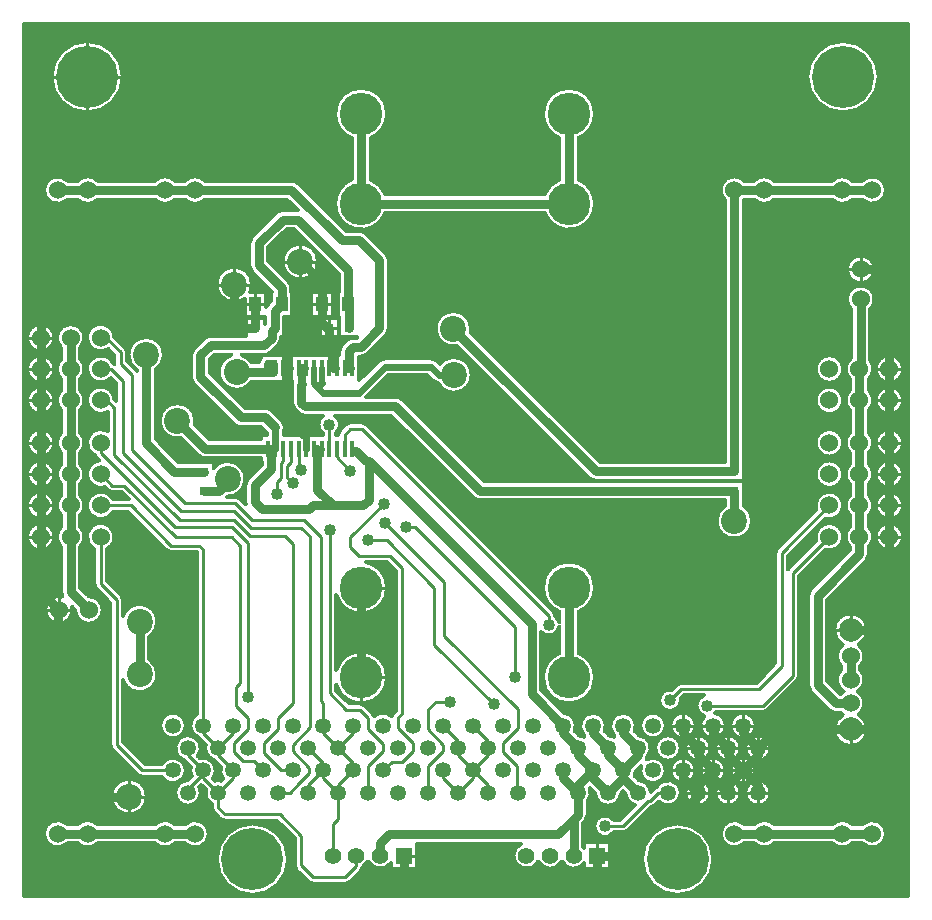
<source format=gtl>
G04 DesignSpark PCB Gerber Version 12.0 Build 5942*
%FSLAX35Y35*%
%MOMM*%
%ADD20O,1.30000X2.00000*%
%ADD25R,0.40000X1.45000*%
%ADD26R,0.80000X0.80000*%
%ADD28R,1.00000X1.30000*%
%ADD21R,1.40000X1.42000*%
%ADD13C,0.25400*%
%ADD12C,0.30480*%
%ADD16C,0.40000*%
%ADD19C,0.50000*%
%ADD18C,0.55000*%
%ADD15C,0.60000*%
%ADD70C,0.65000*%
%ADD14C,0.80000*%
%ADD71C,1.01600*%
%ADD24C,1.35000*%
%ADD22C,1.40000*%
%ADD23C,1.52400*%
%ADD73C,2.00000*%
%ADD17C,2.20000*%
%ADD27R,0.80000X0.80000*%
%ADD72C,3.60000*%
%ADD29C,5.25000*%
X0Y0D02*
D02*
D12*
X631120Y8694360D02*
Y1306120D01*
X8119360D01*
Y8694360D01*
X631120D01*
X772240Y4467080D02*
G75*
G02*
X889080Y4350240I0J-116840D01*
G01*
G75*
G02*
X772240Y4233400I-116840J0D01*
G01*
G75*
G02*
X655400Y4350240I0J116840D01*
G01*
G75*
G02*
X772240Y4467080I116840J0D01*
G01*
X798400Y1835240D02*
G75*
G02*
X999830Y1915840I116840J0D01*
G01*
X1084650D01*
G75*
G02*
X1253830I84590J-80600D01*
G01*
X1740650D01*
G75*
G02*
X1909830I84590J-80600D01*
G01*
X1994650D01*
G75*
G02*
X2196080Y1835240I84590J-80600D01*
G01*
G75*
G02*
X1994650Y1754640I-116840J0D01*
G01*
X1909830D01*
G75*
G02*
X1740650I-84590J80600D01*
G01*
X1253830D01*
G75*
G02*
X1084650I-84590J80600D01*
G01*
X999830D01*
G75*
G02*
X798400Y1835240I-84590J80600D01*
G01*
X809400Y3730240D02*
G75*
G02*
X956960Y3842970I116830J10D01*
G01*
G75*
G02*
X945600Y3884240I69270J41270D01*
G01*
G75*
G02*
X945640Y3886730I80620J-50D01*
G01*
Y4265650D01*
G75*
G02*
Y4434830I80600J84590D01*
G01*
Y4530650D01*
G75*
G02*
Y4699830I80600J84590D01*
G01*
Y4795650D01*
G75*
G02*
Y4964830I80600J84590D01*
G01*
Y5060650D01*
G75*
G02*
Y5229830I80600J84590D01*
G01*
Y5420650D01*
G75*
G02*
Y5589830I80600J84590D01*
G01*
Y5685650D01*
G75*
G02*
Y5854830I80600J84590D01*
G01*
Y5950650D01*
G75*
G02*
X1026240Y6152080I80600J84590D01*
G01*
G75*
G02*
X1106840Y5950650I0J-116840D01*
G01*
Y5854830D01*
G75*
G02*
Y5685650I-80600J-84590D01*
G01*
Y5589830D01*
G75*
G02*
Y5420650I-80600J-84590D01*
G01*
Y5229830D01*
G75*
G02*
Y5060650I-80600J-84590D01*
G01*
Y4964830D01*
G75*
G02*
Y4795650I-80600J-84590D01*
G01*
Y4699830D01*
G75*
G02*
Y4530650I-80600J-84590D01*
G01*
Y4434830D01*
G75*
G02*
Y4265650I-80600J-84590D01*
G01*
Y3917680D01*
X1177470Y3847050D01*
G75*
G02*
X1180240Y3847080I2650J-116940D01*
G01*
G75*
G02*
X1297080Y3730240I0J-116840D01*
G01*
G75*
G02*
X1180240Y3613400I-116840J0D01*
G01*
G75*
G02*
X1063400Y3730240I0J116840D01*
G01*
G75*
G02*
X1063430Y3733010I116880J120D01*
G01*
X1040140Y3756300D01*
G75*
G02*
X926240Y3613400I-113900J-26060D01*
G01*
G75*
G02*
X809400Y3730240I0J116840D01*
G01*
X772240Y4732080D02*
G75*
G02*
X889080Y4615240I0J-116840D01*
G01*
G75*
G02*
X772240Y4498400I-116840J0D01*
G01*
G75*
G02*
X655400Y4615240I0J116840D01*
G01*
G75*
G02*
X772240Y4732080I116840J0D01*
G01*
Y4997080D02*
G75*
G02*
X889080Y4880240I0J-116840D01*
G01*
G75*
G02*
X772240Y4763400I-116840J0D01*
G01*
G75*
G02*
X655400Y4880240I0J116840D01*
G01*
G75*
G02*
X772240Y4997080I116840J0D01*
G01*
Y5262080D02*
G75*
G02*
X889080Y5145240I0J-116840D01*
G01*
G75*
G02*
X772240Y5028400I-116840J0D01*
G01*
G75*
G02*
X655400Y5145240I0J116840D01*
G01*
G75*
G02*
X772240Y5262080I116840J0D01*
G01*
Y5622080D02*
G75*
G02*
X889080Y5505240I0J-116840D01*
G01*
G75*
G02*
X772240Y5388400I-116840J0D01*
G01*
G75*
G02*
X655400Y5505240I0J116840D01*
G01*
G75*
G02*
X772240Y5622080I116840J0D01*
G01*
Y5887080D02*
G75*
G02*
X889080Y5770240I0J-116840D01*
G01*
G75*
G02*
X772240Y5653400I-116840J0D01*
G01*
G75*
G02*
X655400Y5770240I0J116840D01*
G01*
G75*
G02*
X772240Y5887080I116840J0D01*
G01*
Y6152080D02*
G75*
G02*
X889080Y6035240I0J-116840D01*
G01*
G75*
G02*
X772240Y5918400I-116840J0D01*
G01*
G75*
G02*
X655400Y6035240I0J116840D01*
G01*
G75*
G02*
X772240Y6152080I116840J0D01*
G01*
X798400Y7285240D02*
G75*
G02*
X999830Y7365840I116840J0D01*
G01*
X1084650D01*
G75*
G02*
X1253830I84590J-80600D01*
G01*
X1740650D01*
G75*
G02*
X1909830I84590J-80600D01*
G01*
X1994650D01*
G75*
G02*
X2163830I84590J-80600D01*
G01*
X2892750D01*
G75*
G02*
X2952260Y7342260I2490J-80600D01*
G01*
X3353680Y6940840D01*
X3467750D01*
G75*
G02*
X3527260Y6917260I2490J-80600D01*
G01*
X3697260Y6747260D01*
G75*
G02*
X3720880Y6690240I-57020J-57020D01*
G01*
G75*
G02*
X3720840Y6687750I-80660J50D01*
G01*
Y6117730D01*
G75*
G02*
X3720880Y6115240I-80620J-2540D01*
G01*
G75*
G02*
X3697260Y6058220I-80640J0D01*
G01*
X3537260Y5898220D01*
G75*
G02*
X3477750Y5874640I-57020J57020D01*
G01*
X3470840D01*
Y5675740D01*
X3635290Y5840190D01*
G75*
G02*
X3687620Y5860840I49950J-49950D01*
G01*
X4072860D01*
G75*
G02*
X4125190Y5840190I2380J-70610D01*
G01*
X4151910Y5813470D01*
G75*
G02*
X4420880Y5720240I118330J-93230D01*
G01*
G75*
G02*
X4136930Y5650090I-150640J0D01*
G01*
G75*
G02*
X4095290Y5670290I8310J70150D01*
G01*
X4045940Y5719640D01*
X3714540D01*
X3530740Y5535840D01*
X3772750D01*
G75*
G02*
X3832260Y5512260I2490J-80600D01*
G01*
X4523680Y4820840D01*
X6343940D01*
G75*
G02*
X6367520Y4820740I11450J-80640D01*
G01*
X6725840D01*
Y4612500D01*
G75*
G02*
X6795880Y4485240I-80600J-127260D01*
G01*
G75*
G02*
X6494600I-150640J0D01*
G01*
G75*
G02*
X6564640Y4612500I150640J0D01*
G01*
Y4659540D01*
X6366840D01*
G75*
G02*
X6343260Y4659640I-11450J80640D01*
G01*
X4492730D01*
G75*
G02*
X4433220Y4683220I-2490J80600D01*
G01*
X3741800Y5374640D01*
X3268400D01*
G75*
G02*
X3268540Y5225940I-53160J-74400D01*
G01*
Y5208340D01*
X3291940D01*
Y5213070D01*
G75*
G02*
X3291900Y5215240I53310J2070D01*
G01*
G75*
G02*
X3307520Y5252960I53340J0D01*
G01*
X3357520Y5302960D01*
G75*
G02*
X3397410Y5318540I37720J-37720D01*
G01*
X3488070D01*
G75*
G02*
X3527960Y5302960I2170J-53300D01*
G01*
X5112960Y3717960D01*
G75*
G02*
X5128580Y3680240I-37720J-37720D01*
G01*
G75*
G02*
Y3679510I-53480J-360D01*
G01*
G75*
G02*
X5164640Y3624450I-53330J-74270D01*
G01*
Y3714850D01*
G75*
G02*
X5024600Y3920240I80600J205390D01*
G01*
G75*
G02*
X5465880I220640J0D01*
G01*
G75*
G02*
X5325840Y3714850I-220640J0D01*
G01*
Y3365630D01*
G75*
G02*
X5465880Y3160240I-80600J-205390D01*
G01*
G75*
G02*
X5024600I-220640J0D01*
G01*
G75*
G02*
X5164640Y3365630I220640J0D01*
G01*
Y3586030D01*
G75*
G02*
X5010840Y3540330I-89400J19210D01*
G01*
Y3048680D01*
X5199770Y2859750D01*
G75*
G02*
X5291990Y2705180I-5380J-108000D01*
G01*
X5327460Y2669710D01*
G75*
G02*
X5374780Y2655780I-6070J-107970D01*
G01*
G75*
G02*
X5368320Y2679050I73600J32960D01*
G01*
G75*
G02*
X5448390Y2859880I80070J72690D01*
G01*
G75*
G02*
X5545990Y2705180I0J-108140D01*
G01*
X5581460Y2669710D01*
G75*
G02*
X5628780Y2655780I-6070J-107970D01*
G01*
G75*
G02*
X5622320Y2679050I73600J32960D01*
G01*
G75*
G02*
X5702390Y2859880I80070J72690D01*
G01*
G75*
G02*
X5799990Y2705180I0J-108140D01*
G01*
X5835460Y2669710D01*
G75*
G02*
X5909460Y2489050I-6070J-107970D01*
G01*
G75*
G02*
X5903000Y2465780I-80060J9690D01*
G01*
G75*
G02*
X6064530Y2371740I53390J-94040D01*
G01*
G75*
G02*
X5956390Y2263600I-108140J0D01*
G01*
G75*
G02*
X5855590Y2410900I0J108140D01*
G01*
X5810360Y2365670D01*
G75*
G02*
X5799990Y2325180I-107970J6080D01*
G01*
X5835460Y2289710D01*
G75*
G02*
X5937000Y2192440I-6070J-107970D01*
G01*
X5964020Y2219460D01*
G75*
G02*
X5988380Y2233380I37710J-37720D01*
G01*
G75*
G02*
X6191530Y2181740I95010J-51640D01*
G01*
G75*
G02*
X6003880Y2108440I-108140J0D01*
G01*
X5972960Y2077520D01*
G75*
G02*
X5937380Y2061940I-37720J37720D01*
G01*
X5737960Y1862520D01*
G75*
G02*
X5698070Y1846940I-37720J37720D01*
G01*
X5624540D01*
G75*
G02*
X5458800Y1900240I-74300J53300D01*
G01*
G75*
G02*
X5624540Y1953540I91440J0D01*
G01*
X5678100D01*
X5801750Y2077190D01*
G75*
G02*
X5721420Y2175670I27640J104550D01*
G01*
X5703520Y2193570D01*
X5683200Y2173250D01*
G75*
G02*
X5467420Y2175670I-107810J8490D01*
G01*
X5422190Y2220900D01*
G75*
G02*
X5402040Y2109700I-100800J-39160D01*
G01*
Y1997040D01*
G75*
G02*
Y1996390I-81140J-320D01*
G01*
G75*
G02*
X5378420Y1939360I-80650J0D01*
G01*
X5365840Y1926780D01*
Y1726030D01*
G75*
G02*
X5374640Y1715420I-80580J-75790D01*
G01*
Y1761840D01*
X5595840D01*
Y1538640D01*
X5374640D01*
Y1585060D01*
G75*
G02*
X5185240Y1602900I-89400J65180D01*
G01*
G75*
G02*
X4985240I-100000J47340D01*
G01*
G75*
G02*
X4774600Y1650240I-100000J47340D01*
G01*
G75*
G02*
X4836650Y1749640I110640J0D01*
G01*
X3955840D01*
Y1538640D01*
X3734640D01*
Y1585060D01*
G75*
G02*
X3545240Y1602900I-89400J65180D01*
G01*
G75*
G02*
X3498100Y1553040I-100000J47330D01*
G01*
G75*
G02*
X3482960Y1522520I-52850J7200D01*
G01*
X3387960Y1427520D01*
G75*
G02*
X3348070Y1411940I-37720J37720D01*
G01*
X3082410D01*
G75*
G02*
X3042520Y1427520I-2170J53300D01*
G01*
X2937520Y1532520D01*
G75*
G02*
X2921900Y1570240I37720J37720D01*
G01*
G75*
G02*
X2921940Y1572410I53350J100D01*
G01*
Y1798100D01*
X2773100Y1946940D01*
X2332410D01*
G75*
G02*
X2292520Y1962520I-2170J53300D01*
G01*
X2237520Y2017520D01*
G75*
G02*
X2221900Y2055240I37720J37720D01*
G01*
G75*
G02*
X2221940Y2057410I53350J100D01*
G01*
Y2086620D01*
G75*
G02*
X2169150Y2210540I51460J95130D01*
G01*
X2130070Y2249630D01*
X2114200Y2233760D01*
G75*
G02*
X2019390Y2073600I-94810J-52020D01*
G01*
G75*
G02*
X1911250Y2181740I0J108140D01*
G01*
G75*
G02*
X2019390Y2289880I108140J0D01*
G01*
G75*
G02*
X2019440I30J-106100D01*
G01*
X2050780Y2321220D01*
G75*
G02*
X2042150Y2400540I95620J50530D01*
G01*
X1982660Y2460030D01*
G75*
G02*
X2019390Y2669880I36730J101710D01*
G01*
G75*
G02*
X2101820Y2491750I0J-108140D01*
G01*
X2117590Y2475980D01*
G75*
G02*
X2228820Y2301750I28800J-104230D01*
G01*
X2244590Y2285980D01*
G75*
G02*
X2273390Y2289880I28780J-104250D01*
G01*
G75*
G02*
X2302190Y2285980I20J-108150D01*
G01*
X2317960Y2301750D01*
G75*
G02*
X2296150Y2400540I82440J70000D01*
G01*
X2236660Y2460030D01*
G75*
G02*
X2169150Y2590540I36740J101720D01*
G01*
X2109660Y2650030D01*
G75*
G02*
X2093040Y2845800I36730J101710D01*
G01*
Y4221940D01*
X1877410D01*
G75*
G02*
X1837520Y4237520I-2170J53300D01*
G01*
X1513100Y4561940D01*
X1384210D01*
G75*
G02*
X1163400Y4615240I-103970J53300D01*
G01*
G75*
G02*
X1384210Y4668540I116840J10D01*
G01*
X1516500D01*
X1458100Y4726940D01*
X1382410D01*
G75*
G02*
X1342520Y4742520I-2170J53300D01*
G01*
X1316030Y4769010D01*
G75*
G02*
X1163400Y4880240I-35790J111230D01*
G01*
G75*
G02*
X1268550Y4996490I116840J0D01*
G01*
X1242520Y5022520D01*
G75*
G02*
X1231230Y5039180I37730J37730D01*
G01*
G75*
G02*
X1280240Y5262080I49010J106060D01*
G01*
G75*
G02*
X1341940Y5244460I0J-116840D01*
G01*
Y5406020D01*
G75*
G02*
X1163400Y5505240I-61700J99220D01*
G01*
G75*
G02*
X1396740Y5514180I116840J0D01*
G01*
X1411940Y5498980D01*
Y5648100D01*
X1367500Y5692540D01*
G75*
G02*
X1163400Y5770240I-87260J77700D01*
G01*
G75*
G02*
X1386300Y5819250I116840J0D01*
G01*
G75*
G02*
X1396940Y5813150I-21050J-49040D01*
G01*
G75*
G02*
X1396900Y5815240I53170J2060D01*
G01*
G75*
G02*
X1396940Y5817410I53350J100D01*
G01*
Y5888100D01*
X1346220Y5938820D01*
G75*
G02*
X1163400Y6035240I-65980J96420D01*
G01*
G75*
G02*
X1397020Y6038900I116840J0D01*
G01*
X1487960Y5947960D01*
G75*
G02*
X1503580Y5910240I-37720J-37720D01*
G01*
G75*
G02*
X1503540Y5908070I-53370J-100D01*
G01*
Y5837380D01*
X1582960Y5757960D01*
G75*
G02*
X1584640Y5756200I-37750J-37710D01*
G01*
Y5762980D01*
G75*
G02*
X1514600Y5890240I80600J127260D01*
G01*
G75*
G02*
X1815880I150640J0D01*
G01*
G75*
G02*
X1745840Y5762980I-150640J0D01*
G01*
Y5173680D01*
X1938680Y4980840D01*
X2235840D01*
Y4932090D01*
G75*
G02*
X2505880Y4840240I119400J-91850D01*
G01*
G75*
G02*
X2353750Y4689610I-150640J0D01*
G01*
X2352680Y4688540D01*
X2418070D01*
G75*
G02*
X2457960Y4672960I2170J-53300D01*
G01*
X2507650Y4623270D01*
G75*
G02*
X2504600Y4645240I77570J21970D01*
G01*
G75*
G02*
X2504640Y4647730I80620J-50D01*
G01*
Y4782750D01*
G75*
G02*
X2504600Y4785240I80580J2540D01*
G01*
G75*
G02*
X2528220Y4842260I80640J0D01*
G01*
X2644640Y4958680D01*
Y4982140D01*
X2634640D01*
Y5014640D01*
X2167730D01*
G75*
G02*
X2108220Y5038220I-2490J80600D01*
G01*
X1963190Y5183250D01*
G75*
G02*
X1779600Y5330240I-32950J146990D01*
G01*
G75*
G02*
X2080880I150640J0D01*
G01*
G75*
G02*
X2077230Y5297290I-150640J10D01*
G01*
X2198680Y5175840D01*
X2634640D01*
Y5208340D01*
X2689640D01*
Y5231800D01*
X2641800Y5279640D01*
X2467730D01*
G75*
G02*
X2408220Y5303220I-2490J80600D01*
G01*
X2068220Y5643220D01*
G75*
G02*
X2044600Y5700240I57020J57020D01*
G01*
G75*
G02*
X2044640Y5702730I80620J-50D01*
G01*
Y5882750D01*
G75*
G02*
X2044600Y5885240I80580J2540D01*
G01*
G75*
G02*
X2068220Y5942260I80640J0D01*
G01*
X2153120Y6027160D01*
G75*
G02*
X2212630Y6050740I57020J-57020D01*
G01*
X2509640D01*
Y6200840D01*
X2670840D01*
Y6149760D01*
G75*
G02*
X2673230Y6152250I59300J-54530D01*
G01*
X2674740Y6153760D01*
Y6214640D01*
X2499640D01*
Y6364000D01*
G75*
G02*
X2259600Y6485240I-89400J121240D01*
G01*
G75*
G02*
X2560880I150640J0D01*
G01*
G75*
G02*
X2548670Y6425840I-150640J10D01*
G01*
X2680840D01*
Y6293950D01*
G75*
G02*
X2698320Y6320110I74500J-30860D01*
G01*
X2721840Y6343630D01*
Y6425840D01*
X2727850D01*
X2563220Y6590470D01*
G75*
G02*
X2539600Y6647490I57020J57020D01*
G01*
G75*
G02*
X2539640Y6649980I80620J-50D01*
G01*
Y6832750D01*
G75*
G02*
X2539600Y6835240I80580J2540D01*
G01*
G75*
G02*
X2563220Y6892260I80640J0D01*
G01*
X2763220Y7092260D01*
G75*
G02*
X2822730Y7115840I57020J-57020D01*
G01*
X2947750D01*
G75*
G02*
X2950560Y7115880I2550J-80550D01*
G01*
X2861800Y7204640D01*
X2163830D01*
G75*
G02*
X1994650I-84590J80600D01*
G01*
X1909830D01*
G75*
G02*
X1740650I-84590J80600D01*
G01*
X1253830D01*
G75*
G02*
X1084650I-84590J80600D01*
G01*
X999830D01*
G75*
G02*
X798400Y7285240I-84590J80600D01*
G01*
X5956390Y2859880D02*
G75*
G02*
X6064530Y2751740I0J-108140D01*
G01*
G75*
G02*
X5956390Y2643600I-108140J0D01*
G01*
G75*
G02*
X5848250Y2751740I0J108140D01*
G01*
G75*
G02*
X5956390Y2859880I108140J0D01*
G01*
X6083390Y2669880D02*
G75*
G02*
X6191530Y2561740I0J-108140D01*
G01*
G75*
G02*
X6083390Y2453600I-108140J0D01*
G01*
G75*
G02*
X5975250Y2561740I0J108140D01*
G01*
G75*
G02*
X6083390Y2669880I108140J0D01*
G01*
X6210390Y2479880D02*
G75*
G02*
X6318530Y2371740I0J-108140D01*
G01*
G75*
G02*
X6210390Y2263600I-108140J0D01*
G01*
G75*
G02*
X6102250Y2371740I0J108140D01*
G01*
G75*
G02*
X6210390Y2479880I108140J0D01*
G01*
X6337390Y2289880D02*
G75*
G02*
X6445530Y2181740I0J-108140D01*
G01*
G75*
G02*
X6337390Y2073600I-108140J0D01*
G01*
G75*
G02*
X6229250Y2181740I0J108140D01*
G01*
G75*
G02*
X6337390Y2289880I108140J0D01*
G01*
X6008800Y2965240D02*
G75*
G02*
X6115040Y3055480I91440J0D01*
G01*
X6157520Y3097960D01*
G75*
G02*
X6197410Y3113540I37720J-37720D01*
G01*
X6833100D01*
X6916520Y3196960D01*
G75*
G02*
X6927520Y3212960I48710J-21710D01*
G01*
X6991940Y3277380D01*
Y4208070D01*
G75*
G02*
X6991900Y4210240I53310J2070D01*
G01*
G75*
G02*
X7007520Y4247960I53340J0D01*
G01*
X7339010Y4579450D01*
G75*
G02*
X7450240Y4732080I111230J35790D01*
G01*
G75*
G02*
X7567080Y4615240I0J-116840D01*
G01*
G75*
G02*
X7414450Y4504010I-116860J20D01*
G01*
X7098540Y4188100D01*
Y4073510D01*
G75*
G02*
X7102520Y4077960I41680J-33270D01*
G01*
X7339010Y4314450D01*
G75*
G02*
X7450240Y4467080I111230J35790D01*
G01*
G75*
G02*
X7567080Y4350240I0J-116840D01*
G01*
G75*
G02*
X7414450Y4239010I-116860J20D01*
G01*
X7193540Y4018100D01*
Y3177410D01*
G75*
G02*
X7193580Y3175240I-53330J-2070D01*
G01*
G75*
G02*
X7177960Y3137520I-53340J0D01*
G01*
X6922960Y2882520D01*
G75*
G02*
X6883070Y2866940I-37720J37720D01*
G01*
X6489540D01*
G75*
G02*
X6482550Y2858340I-74340J53280D01*
G01*
G75*
G02*
X6464390Y2643600I-18160J-106600D01*
G01*
G75*
G02*
X6391770Y2831860I0J108140D01*
G01*
G75*
G02*
X6386180Y3006940I23470J88380D01*
G01*
X6217380D01*
X6190480Y2980040D01*
G75*
G02*
X6191680Y2965240I-90270J-14770D01*
G01*
G75*
G02*
X6008800I-91440J0D01*
G01*
X7269640Y3097730D02*
Y3847750D01*
G75*
G02*
X7269600Y3850240I80580J2540D01*
G01*
G75*
G02*
X7293220Y3907260I80640J0D01*
G01*
X7623640Y4237680D01*
Y4265650D01*
G75*
G02*
Y4434830I80600J84590D01*
G01*
Y4530650D01*
G75*
G02*
Y4699830I80600J84590D01*
G01*
Y4795650D01*
G75*
G02*
Y4964830I80600J84590D01*
G01*
Y5060650D01*
G75*
G02*
Y5229830I80600J84590D01*
G01*
Y5420650D01*
G75*
G02*
Y5589830I80600J84590D01*
G01*
Y5685650D01*
G75*
G02*
X7634640Y5864090I80600J84590D01*
G01*
Y6275650D01*
G75*
G02*
X7598400Y6360240I80600J84590D01*
G01*
G75*
G02*
X7832080I116840J0D01*
G01*
G75*
G02*
X7795840Y6275650I-116840J0D01*
G01*
Y5842770D01*
G75*
G02*
X7784840Y5685650I-91600J-72530D01*
G01*
Y5589830D01*
G75*
G02*
Y5420650I-80600J-84590D01*
G01*
Y5229830D01*
G75*
G02*
Y5060650I-80600J-84590D01*
G01*
Y4964830D01*
G75*
G02*
Y4795650I-80600J-84590D01*
G01*
Y4699830D01*
G75*
G02*
Y4530650I-80600J-84590D01*
G01*
Y4434830D01*
G75*
G02*
Y4265650I-80600J-84590D01*
G01*
Y4206730D01*
G75*
G02*
X7784880Y4204240I-80620J-2540D01*
G01*
G75*
G02*
X7761260Y4147220I-80640J0D01*
G01*
X7430840Y3816800D01*
Y3128680D01*
X7538680Y3020840D01*
X7545650D01*
G75*
G02*
X7569810Y3040240I84590J-80590D01*
G01*
G75*
G02*
X7549640Y3224830I60430J100000D01*
G01*
Y3255650D01*
G75*
G02*
X7563740Y3436310I80590J84590D01*
G01*
G75*
G02*
X7489600Y3560240I66500J123920D01*
G01*
G75*
G02*
X7770880I140640J0D01*
G01*
G75*
G02*
X7696740Y3436310I-140640J0D01*
G01*
G75*
G02*
X7710840Y3255650I-66500J-96070D01*
G01*
Y3224830D01*
G75*
G02*
X7690670Y3040240I-80600J-84590D01*
G01*
G75*
G02*
X7696740Y2844170I-60430J-100000D01*
G01*
G75*
G02*
X7770880Y2720240I-66500J-123930D01*
G01*
G75*
G02*
X7489600I-140640J0D01*
G01*
G75*
G02*
X7563740Y2844170I140640J10D01*
G01*
G75*
G02*
X7545650Y2859640I66480J96050D01*
G01*
X7507730D01*
G75*
G02*
X7448220Y2883220I-2490J80600D01*
G01*
X7293220Y3038220D01*
G75*
G02*
X7269600Y3095240I57020J57020D01*
G01*
G75*
G02*
X7269640Y3097730I80620J-50D01*
G01*
X6718390Y2859880D02*
G75*
G02*
X6826530Y2751740I0J-108140D01*
G01*
G75*
G02*
X6718390Y2643600I-108140J0D01*
G01*
G75*
G02*
X6610250Y2751740I0J108140D01*
G01*
G75*
G02*
X6718390Y2859880I108140J0D01*
G01*
X6845390Y2669880D02*
G75*
G02*
X6953530Y2561740I0J-108140D01*
G01*
G75*
G02*
X6845390Y2453600I-108140J0D01*
G01*
G75*
G02*
X6737250Y2561740I0J108140D01*
G01*
G75*
G02*
X6845390Y2669880I108140J0D01*
G01*
X6591390D02*
G75*
G02*
X6699530Y2561740I0J-108140D01*
G01*
G75*
G02*
X6591390Y2453600I-108140J0D01*
G01*
G75*
G02*
X6483250Y2561740I0J108140D01*
G01*
G75*
G02*
X6591390Y2669880I108140J0D01*
G01*
X6718390Y2479880D02*
G75*
G02*
X6826530Y2371740I0J-108140D01*
G01*
G75*
G02*
X6718390Y2263600I-108140J0D01*
G01*
G75*
G02*
X6610250Y2371740I0J108140D01*
G01*
G75*
G02*
X6718390Y2479880I108140J0D01*
G01*
X6845390Y2289880D02*
G75*
G02*
X6953530Y2181740I0J-108140D01*
G01*
G75*
G02*
X6845390Y2073600I-108140J0D01*
G01*
G75*
G02*
X6737250Y2181740I0J108140D01*
G01*
G75*
G02*
X6845390Y2289880I108140J0D01*
G01*
X6210390Y2859880D02*
G75*
G02*
X6318530Y2751740I0J-108140D01*
G01*
G75*
G02*
X6210390Y2643600I-108140J0D01*
G01*
G75*
G02*
X6102250Y2751740I0J108140D01*
G01*
G75*
G02*
X6210390Y2859880I108140J0D01*
G01*
X6337390Y2669880D02*
G75*
G02*
X6445530Y2561740I0J-108140D01*
G01*
G75*
G02*
X6337390Y2453600I-108140J0D01*
G01*
G75*
G02*
X6229250Y2561740I0J108140D01*
G01*
G75*
G02*
X6337390Y2669880I108140J0D01*
G01*
X6464390Y2479880D02*
G75*
G02*
X6572530Y2371740I0J-108140D01*
G01*
G75*
G02*
X6464390Y2263600I-108140J0D01*
G01*
G75*
G02*
X6356250Y2371740I0J108140D01*
G01*
G75*
G02*
X6464390Y2479880I108140J0D01*
G01*
X6591390Y2289880D02*
G75*
G02*
X6699530Y2181740I0J-108140D01*
G01*
G75*
G02*
X6591390Y2073600I-108140J0D01*
G01*
G75*
G02*
X6483250Y2181740I0J108140D01*
G01*
G75*
G02*
X6591390Y2289880I108140J0D01*
G01*
X6528400Y1835240D02*
G75*
G02*
X6729830Y1915840I116840J0D01*
G01*
X6814650D01*
G75*
G02*
X6983830I84590J-80600D01*
G01*
X7475650D01*
G75*
G02*
X7644830I84590J-80600D01*
G01*
X7729650D01*
G75*
G02*
X7931080Y1835240I84590J-80600D01*
G01*
G75*
G02*
X7729650Y1754640I-116840J0D01*
G01*
X7644830D01*
G75*
G02*
X7475650I-84590J80600D01*
G01*
X6983830D01*
G75*
G02*
X6814650I-84590J80600D01*
G01*
X6729830D01*
G75*
G02*
X6528400Y1835240I-84590J80600D01*
G01*
X6165240Y1923380D02*
G75*
G02*
X6468380Y1620240I0J-303140D01*
G01*
G75*
G02*
X6165240Y1317100I-303140J0D01*
G01*
G75*
G02*
X5862100Y1620240I0J303140D01*
G01*
G75*
G02*
X6165240Y1923380I303140J0D01*
G01*
X2565240D02*
G75*
G02*
X2868380Y1620240I0J-303140D01*
G01*
G75*
G02*
X2565240Y1317100I-303140J0D01*
G01*
G75*
G02*
X2262100Y1620240I0J303140D01*
G01*
G75*
G02*
X2565240Y1923380I303140J0D01*
G01*
X1892390Y2859880D02*
G75*
G02*
X2000530Y2751740I0J-108140D01*
G01*
G75*
G02*
X1892390Y2643600I-108140J0D01*
G01*
G75*
G02*
X1784250Y2751740I0J108140D01*
G01*
G75*
G02*
X1892390Y2859880I108140J0D01*
G01*
X1280240Y4467080D02*
G75*
G02*
X1333540Y4246270I0J-116840D01*
G01*
Y3972380D01*
X1452960Y3852960D01*
G75*
G02*
X1468580Y3815240I-37720J-37720D01*
G01*
G75*
G02*
X1468540Y3813070I-53370J-100D01*
G01*
Y3681360D01*
G75*
G02*
X1760880Y3630240I141700J-51120D01*
G01*
G75*
G02*
X1690840Y3502980I-150640J0D01*
G01*
Y3312500D01*
G75*
G02*
X1760880Y3185240I-80600J-127260D01*
G01*
G75*
G02*
X1468540Y3134120I-150640J0D01*
G01*
Y2608880D01*
X1652380Y2425040D01*
X1798300D01*
G75*
G02*
X2000530Y2371740I94090J-53300D01*
G01*
G75*
G02*
X1798300Y2318440I-108140J0D01*
G01*
X1632410D01*
G75*
G02*
X1592520Y2334020I-2170J53300D01*
G01*
X1377520Y2549020D01*
G75*
G02*
X1361900Y2586740I37720J37720D01*
G01*
G75*
G02*
X1361940Y2588910I53350J100D01*
G01*
Y3793100D01*
X1242520Y3912520D01*
G75*
G02*
X1226900Y3950240I37720J37720D01*
G01*
G75*
G02*
X1226940Y3952410I53350J100D01*
G01*
Y4246270D01*
G75*
G02*
X1280240Y4467080I53300J103970D01*
G01*
X1369600Y2150240D02*
G75*
G02*
X1670880I150640J0D01*
G01*
G75*
G02*
X1369600I-150640J0D01*
G01*
X1165240Y8548380D02*
G75*
G02*
X1468380Y8245240I0J-303140D01*
G01*
G75*
G02*
X1165240Y7942100I-303140J0D01*
G01*
G75*
G02*
X862100Y8245240I0J303140D01*
G01*
G75*
G02*
X1165240Y8548380I303140J0D01*
G01*
X3264600Y7170240D02*
G75*
G02*
X3404640Y7375630I220640J0D01*
G01*
Y7724850D01*
G75*
G02*
X3264600Y7930240I80600J205390D01*
G01*
G75*
G02*
X3705880I220640J0D01*
G01*
G75*
G02*
X3565840Y7724850I-220640J0D01*
G01*
Y7375630D01*
G75*
G02*
X3690630Y7250840I-80600J-205390D01*
G01*
X5039850D01*
G75*
G02*
X5164640Y7375630I205390J-80600D01*
G01*
Y7724850D01*
G75*
G02*
X5024600Y7930240I80600J205390D01*
G01*
G75*
G02*
X5465880I220640J0D01*
G01*
G75*
G02*
X5325840Y7724850I-220640J0D01*
G01*
Y7375630D01*
G75*
G02*
X5465880Y7170240I-80600J-205390D01*
G01*
G75*
G02*
X5039850Y7089640I-220640J0D01*
G01*
X3690630D01*
G75*
G02*
X3264600Y7170240I-205390J80600D01*
G01*
X4114600Y6110240D02*
G75*
G02*
X4415880I150640J0D01*
G01*
G75*
G02*
X4412230Y6077290I-150640J10D01*
G01*
X5503680Y4985840D01*
X6564640D01*
Y7200650D01*
G75*
G02*
X6645240Y7402080I80600J84590D01*
G01*
G75*
G02*
X6729830Y7365840I0J-116840D01*
G01*
X6814650D01*
G75*
G02*
X6983830I84590J-80600D01*
G01*
X7475650D01*
G75*
G02*
X7644830I84590J-80600D01*
G01*
X7729650D01*
G75*
G02*
X7931080Y7285240I84590J-80600D01*
G01*
G75*
G02*
X7729650Y7204640I-116840J0D01*
G01*
X7644830D01*
G75*
G02*
X7475650I-84590J80600D01*
G01*
X6983830D01*
G75*
G02*
X6814650I-84590J80600D01*
G01*
X6729830D01*
G75*
G02*
X6725840Y7200650I-84600J80610D01*
G01*
Y4824640D01*
X5472730D01*
G75*
G02*
X5413220Y4848220I-2490J80600D01*
G01*
X4298190Y5963250D01*
G75*
G02*
X4114600Y6110240I-32950J146990D01*
G01*
X7958240Y4467080D02*
G75*
G02*
X8075080Y4350240I0J-116840D01*
G01*
G75*
G02*
X7958240Y4233400I-116840J0D01*
G01*
G75*
G02*
X7841400Y4350240I0J116840D01*
G01*
G75*
G02*
X7958240Y4467080I116840J0D01*
G01*
Y4732080D02*
G75*
G02*
X8075080Y4615240I0J-116840D01*
G01*
G75*
G02*
X7958240Y4498400I-116840J0D01*
G01*
G75*
G02*
X7841400Y4615240I0J116840D01*
G01*
G75*
G02*
X7958240Y4732080I116840J0D01*
G01*
Y4997080D02*
G75*
G02*
X8075080Y4880240I0J-116840D01*
G01*
G75*
G02*
X7958240Y4763400I-116840J0D01*
G01*
G75*
G02*
X7841400Y4880240I0J116840D01*
G01*
G75*
G02*
X7958240Y4997080I116840J0D01*
G01*
Y5262080D02*
G75*
G02*
X8075080Y5145240I0J-116840D01*
G01*
G75*
G02*
X7958240Y5028400I-116840J0D01*
G01*
G75*
G02*
X7841400Y5145240I0J116840D01*
G01*
G75*
G02*
X7958240Y5262080I116840J0D01*
G01*
Y5622080D02*
G75*
G02*
X8075080Y5505240I0J-116840D01*
G01*
G75*
G02*
X7958240Y5388400I-116840J0D01*
G01*
G75*
G02*
X7841400Y5505240I0J116840D01*
G01*
G75*
G02*
X7958240Y5622080I116840J0D01*
G01*
Y5887080D02*
G75*
G02*
X8075080Y5770240I0J-116840D01*
G01*
G75*
G02*
X7958240Y5653400I-116840J0D01*
G01*
G75*
G02*
X7841400Y5770240I0J116840D01*
G01*
G75*
G02*
X7958240Y5887080I116840J0D01*
G01*
X7598400Y6614240D02*
G75*
G02*
X7832080I116840J0D01*
G01*
G75*
G02*
X7598400I-116840J0D01*
G01*
X7450240Y4997080D02*
G75*
G02*
X7567080Y4880240I0J-116840D01*
G01*
G75*
G02*
X7450240Y4763400I-116840J0D01*
G01*
G75*
G02*
X7333400Y4880240I0J116840D01*
G01*
G75*
G02*
X7450240Y4997080I116840J0D01*
G01*
Y5262080D02*
G75*
G02*
X7567080Y5145240I0J-116840D01*
G01*
G75*
G02*
X7450240Y5028400I-116840J0D01*
G01*
G75*
G02*
X7333400Y5145240I0J116840D01*
G01*
G75*
G02*
X7450240Y5262080I116840J0D01*
G01*
Y5622080D02*
G75*
G02*
X7567080Y5505240I0J-116840D01*
G01*
G75*
G02*
X7450240Y5388400I-116840J0D01*
G01*
G75*
G02*
X7333400Y5505240I0J116840D01*
G01*
G75*
G02*
X7450240Y5622080I116840J0D01*
G01*
Y5887080D02*
G75*
G02*
X7567080Y5770240I0J-116840D01*
G01*
G75*
G02*
X7450240Y5653400I-116840J0D01*
G01*
G75*
G02*
X7333400Y5770240I0J116840D01*
G01*
G75*
G02*
X7450240Y5887080I116840J0D01*
G01*
X7565240Y8548380D02*
G75*
G02*
X7868380Y8245240I0J-303140D01*
G01*
G75*
G02*
X7565240Y7942100I-303140J0D01*
G01*
G75*
G02*
X7262100Y8245240I0J303140D01*
G01*
G75*
G02*
X7565240Y8548380I303140J0D01*
G01*
X646360Y1835240D02*
G36*
X646360Y1835240D02*
Y1321360D01*
X2514610D01*
G75*
G02*
X2262100Y1620240I50640J298890D01*
G01*
G75*
G02*
X2351540Y1835240I303150J-10D01*
G01*
X2196080D01*
G75*
G02*
X1994650Y1754640I-116840J0D01*
G01*
X1909830D01*
G75*
G02*
X1740650I-84590J80600D01*
G01*
X1253830D01*
G75*
G02*
X1084650I-84590J80600D01*
G01*
X999830D01*
G75*
G02*
X798400Y1835240I-84590J80600D01*
G01*
X646360D01*
G37*
X2868380Y1620240D02*
G36*
X2868380Y1620240D02*
G75*
G02*
X2615870Y1321360I-303150J10D01*
G01*
X6114610D01*
G75*
G02*
X5862100Y1620240I50640J298890D01*
G01*
G75*
G02*
X5951540Y1835240I303150J-10D01*
G01*
X5614550D01*
G75*
G02*
X5485930I-64310J65000D01*
G01*
X5365840D01*
Y1726030D01*
G75*
G02*
X5374640Y1715420I-79760J-75100D01*
G01*
Y1761840D01*
X5595840D01*
Y1538640D01*
X5374640D01*
Y1585060D01*
G75*
G02*
X5185240Y1602900I-89400J65180D01*
G01*
G75*
G02*
X4985240I-100000J47340D01*
G01*
G75*
G02*
X4774600Y1650240I-100000J47340D01*
G01*
G75*
G02*
X4836650Y1749640I110660J-10D01*
G01*
X3955840D01*
Y1538640D01*
X3734640D01*
Y1585060D01*
G75*
G02*
X3545240Y1602900I-89400J65180D01*
G01*
G75*
G02*
X3498100Y1553040I-100000J47330D01*
G01*
G75*
G02*
X3482960Y1522520I-52900J7220D01*
G01*
X3387960Y1427520D01*
G75*
G02*
X3348070Y1411940I-37710J37690D01*
G01*
X3082410D01*
G75*
G02*
X3042520Y1427520I-2180J53270D01*
G01*
X2937520Y1532520D01*
G75*
G02*
X2921900Y1570240I37760J37730D01*
G01*
G75*
G02*
X2921940Y1572410I59450J-10D01*
G01*
Y1798100D01*
X2884800Y1835240D01*
X2778940D01*
G75*
G02*
X2868380Y1620240I-213710J-215010D01*
G01*
G37*
X6468380D02*
G36*
X6468380Y1620240D02*
G75*
G02*
X6215870Y1321360I-303150J10D01*
G01*
X8104120D01*
Y1835240D01*
X7931080D01*
G75*
G02*
X7729650Y1754640I-116840J0D01*
G01*
X7644830D01*
G75*
G02*
X7475650I-84590J80600D01*
G01*
X6983830D01*
G75*
G02*
X6814650I-84590J80600D01*
G01*
X6729830D01*
G75*
G02*
X6528400Y1835240I-84590J80600D01*
G01*
X6378940D01*
G75*
G02*
X6468380Y1620240I-213710J-215010D01*
G01*
G37*
X646360Y2181740D02*
G36*
X646360Y2181740D02*
Y1835240D01*
X798400D01*
G75*
G02*
X999830Y1915840I116840J0D01*
G01*
X1084650D01*
G75*
G02*
X1253830I84590J-80600D01*
G01*
X1740650D01*
G75*
G02*
X1909830I84590J-80600D01*
G01*
X1994650D01*
G75*
G02*
X2196080Y1835240I84590J-80600D01*
G01*
X2351540D01*
G75*
G02*
X2565240Y1923380I213710J-215010D01*
G01*
G75*
G02*
X2778940Y1835240I-10J-303150D01*
G01*
X2884800D01*
X2773100Y1946940D01*
X2332410D01*
G75*
G02*
X2292520Y1962520I-2180J53270D01*
G01*
X2237520Y2017520D01*
G75*
G02*
X2221900Y2055240I37760J37730D01*
G01*
G75*
G02*
X2221940Y2057410I59450J-10D01*
G01*
Y2086620D01*
G75*
G02*
X2165250Y2181740I51470J95130D01*
G01*
X2127530D01*
G75*
G02*
X2019390Y2073600I-108140J0D01*
G01*
G75*
G02*
X1911250Y2181730I0J108130D01*
G01*
G75*
G02*
Y2181740I95490J10D01*
G01*
X1667550D01*
G75*
G02*
X1670880Y2150240I-147310J-31500D01*
G01*
G75*
G02*
X1369600I-150640J0D01*
G01*
G75*
G02*
X1372930Y2181740I150640J0D01*
G01*
X646360D01*
G37*
X5365840Y1926780D02*
G36*
X5365840Y1926780D02*
Y1835240D01*
X5485930D01*
G75*
G02*
X5458800Y1900240I64310J65010D01*
G01*
G75*
G02*
X5624540Y1953540I91440J0D01*
G01*
X5678100D01*
X5801750Y2077190D01*
G75*
G02*
X5721420Y2175670I27620J104530D01*
G01*
X5715350Y2181740D01*
X5691690D01*
X5683200Y2173250D01*
G75*
G02*
X5467420Y2175670I-107810J8490D01*
G01*
X5461350Y2181740D01*
X5429530D01*
G75*
G02*
X5402040Y2109700I-108130J0D01*
G01*
Y1997040D01*
Y1996390D01*
G75*
G02*
X5378420Y1939360I-80690J10D01*
G01*
X5365840Y1926780D01*
G37*
X5624540Y1846940D02*
G36*
X5624540Y1846940D02*
G75*
G02*
X5614550Y1835240I-74310J53330D01*
G01*
X5951540D01*
G75*
G02*
X6165240Y1923380I213710J-215010D01*
G01*
G75*
G02*
X6378940Y1835240I-10J-303150D01*
G01*
X6528400D01*
G75*
G02*
X6729830Y1915840I116840J0D01*
G01*
X6814650D01*
G75*
G02*
X6983830I84590J-80600D01*
G01*
X7475650D01*
G75*
G02*
X7644830I84590J-80600D01*
G01*
X7729650D01*
G75*
G02*
X7931080Y1835240I84590J-80600D01*
G01*
X8104120D01*
Y2181740D01*
X6953530D01*
G75*
G02*
Y2181730I-95490J0D01*
G01*
G75*
G02*
X6845390Y2073600I-108140J0D01*
G01*
G75*
G02*
X6737250Y2181730I0J108130D01*
G01*
G75*
G02*
Y2181740I95490J10D01*
G01*
X6699530D01*
G75*
G02*
Y2181730I-95490J0D01*
G01*
G75*
G02*
X6591390Y2073600I-108140J0D01*
G01*
G75*
G02*
X6483250Y2181730I0J108130D01*
G01*
G75*
G02*
Y2181740I95490J10D01*
G01*
X6445530D01*
G75*
G02*
Y2181730I-95490J0D01*
G01*
G75*
G02*
X6337390Y2073600I-108140J0D01*
G01*
G75*
G02*
X6229250Y2181730I0J108130D01*
G01*
G75*
G02*
Y2181740I95490J10D01*
G01*
X6191530D01*
G75*
G02*
X6003880Y2108440I-108140J0D01*
G01*
X5972960Y2077520D01*
G75*
G02*
X5937380Y2061940I-37730J37760D01*
G01*
X5737960Y1862520D01*
G75*
G02*
X5698070Y1846940I-37710J37690D01*
G01*
X5624540D01*
G37*
X646360Y2371740D02*
G36*
X646360Y2371740D02*
Y2181740D01*
X1372930D01*
G75*
G02*
X1667550I147310J-31500D01*
G01*
X1911250D01*
G75*
G02*
Y2181750I95490J10D01*
G01*
G75*
G02*
X2019390Y2289880I108140J0D01*
G01*
X2019440D01*
X2050780Y2321220D01*
G75*
G02*
X2038250Y2371740I95580J50520D01*
G01*
X2000530D01*
G75*
G02*
X1798300Y2318440I-108140J0D01*
G01*
X1632410D01*
G75*
G02*
X1592520Y2334020I-2180J53270D01*
G01*
X1554800Y2371740D01*
X646360D01*
G37*
X2114200Y2233760D02*
G36*
X2114200Y2233760D02*
G75*
G02*
X2127530Y2181740I-94810J-52010D01*
G01*
X2165250D01*
G75*
G02*
Y2181750I143240J10D01*
G01*
G75*
G02*
X2169150Y2210540I108150J10D01*
G01*
X2130070Y2249630D01*
X2114200Y2233760D01*
G37*
X2228820Y2301750D02*
G36*
X2228820Y2301750D02*
X2244590Y2285980D01*
G75*
G02*
X2273390Y2289880I28810J-104480D01*
G01*
G75*
G02*
X2302190Y2285980I-10J-108380D01*
G01*
X2317960Y2301750D01*
G75*
G02*
X2292250Y2371740I82440J70000D01*
G01*
X2254530D01*
G75*
G02*
X2228820Y2301750I-108140J10D01*
G01*
G37*
X5422190Y2220900D02*
G36*
X5422190Y2220900D02*
G75*
G02*
X5429530Y2181740I-100780J-39160D01*
G01*
X5461350D01*
X5422190Y2220900D01*
G37*
X5703520Y2193570D02*
G36*
X5703520Y2193570D02*
X5691690Y2181740D01*
X5715350D01*
X5703520Y2193570D01*
G37*
X5810360Y2365670D02*
G36*
X5810360Y2365670D02*
G75*
G02*
X5799990Y2325180I-107970J6080D01*
G01*
X5835460Y2289710D01*
G75*
G02*
X5937000Y2192440I-6070J-107970D01*
G01*
X5964020Y2219460D01*
G75*
G02*
X5988380Y2233380I37730J-37750D01*
G01*
G75*
G02*
X6191530Y2181740I95010J-51650D01*
G01*
X6229250D01*
G75*
G02*
Y2181750I95490J10D01*
G01*
G75*
G02*
X6337390Y2289880I108140J0D01*
G01*
G75*
G02*
X6445530Y2181750I0J-108130D01*
G01*
G75*
G02*
Y2181740I-95490J0D01*
G01*
X6483250D01*
G75*
G02*
Y2181750I95490J10D01*
G01*
G75*
G02*
X6591390Y2289880I108140J0D01*
G01*
G75*
G02*
X6699530Y2181750I0J-108130D01*
G01*
G75*
G02*
Y2181740I-95490J0D01*
G01*
X6737250D01*
G75*
G02*
Y2181750I95490J10D01*
G01*
G75*
G02*
X6845390Y2289880I108140J0D01*
G01*
G75*
G02*
X6953530Y2181750I0J-108130D01*
G01*
G75*
G02*
Y2181740I-95490J0D01*
G01*
X8104120D01*
Y2371740D01*
X6826530D01*
G75*
G02*
Y2371730I-95490J0D01*
G01*
G75*
G02*
X6718390Y2263600I-108140J0D01*
G01*
G75*
G02*
X6610250Y2371730I0J108130D01*
G01*
G75*
G02*
Y2371740I95490J10D01*
G01*
X6572530D01*
G75*
G02*
Y2371730I-95490J0D01*
G01*
G75*
G02*
X6464390Y2263600I-108140J0D01*
G01*
G75*
G02*
X6356250Y2371730I0J108130D01*
G01*
G75*
G02*
Y2371740I95490J10D01*
G01*
X6318530D01*
G75*
G02*
Y2371730I-95490J0D01*
G01*
G75*
G02*
X6210390Y2263600I-108140J0D01*
G01*
G75*
G02*
X6102250Y2371730I0J108130D01*
G01*
G75*
G02*
Y2371740I95490J10D01*
G01*
X6064530D01*
G75*
G02*
Y2371730I-95490J0D01*
G01*
G75*
G02*
X5956390Y2263600I-108140J0D01*
G01*
G75*
G02*
X5848250Y2371740I0J108140D01*
G01*
X5816430D01*
X5810360Y2365670D01*
G37*
X646360Y2561740D02*
G36*
X646360Y2561740D02*
Y2371740D01*
X1554800D01*
X1377520Y2549020D01*
G75*
G02*
X1368120Y2561740I37750J37730D01*
G01*
X646360D01*
G37*
X1515680D02*
G36*
X1515680Y2561740D02*
X1652380Y2425040D01*
X1798300D01*
G75*
G02*
X2000530Y2371740I94090J-53300D01*
G01*
X2038250D01*
G75*
G02*
Y2371750I143240J10D01*
G01*
G75*
G02*
X2042150Y2400540I108100J20D01*
G01*
X1982660Y2460030D01*
G75*
G02*
X1911250Y2561740I36730J101710D01*
G01*
X1515680D01*
G37*
X2101820Y2491750D02*
G36*
X2101820Y2491750D02*
X2117590Y2475980D01*
G75*
G02*
X2254530Y2371750I28800J-104230D01*
G01*
G75*
G02*
Y2371740I-143240J0D01*
G01*
X2292250D01*
G75*
G02*
Y2371750I114590J10D01*
G01*
G75*
G02*
X2296150Y2400540I108150J10D01*
G01*
X2236660Y2460030D01*
G75*
G02*
X2165250Y2561740I36740J101720D01*
G01*
X2127530D01*
G75*
G02*
X2101820Y2491750I-108140J10D01*
G01*
G37*
X5816430Y2371740D02*
G36*
X5816430Y2371740D02*
X5848250D01*
G75*
G02*
Y2371750I286480J10D01*
G01*
G75*
G02*
X5855590Y2410900I108140J-10D01*
G01*
X5816430Y2371740D01*
G37*
X5909460Y2489050D02*
G36*
X5909460Y2489050D02*
G75*
G02*
X5903000Y2465780I-79690J9590D01*
G01*
G75*
G02*
X6064530Y2371750I53400J-94030D01*
G01*
G75*
G02*
Y2371740I-143240J0D01*
G01*
X6102250D01*
G75*
G02*
Y2371750I95490J10D01*
G01*
G75*
G02*
X6210390Y2479880I108140J0D01*
G01*
G75*
G02*
X6318530Y2371750I0J-108130D01*
G01*
G75*
G02*
Y2371740I-95490J0D01*
G01*
X6356250D01*
G75*
G02*
Y2371750I95490J10D01*
G01*
G75*
G02*
X6464390Y2479880I108140J0D01*
G01*
G75*
G02*
X6572530Y2371750I0J-108130D01*
G01*
G75*
G02*
Y2371740I-95490J0D01*
G01*
X6610250D01*
G75*
G02*
Y2371750I95490J10D01*
G01*
G75*
G02*
X6718390Y2479880I108140J0D01*
G01*
G75*
G02*
X6826530Y2371750I0J-108130D01*
G01*
G75*
G02*
Y2371740I-95490J0D01*
G01*
X8104120D01*
Y2561740D01*
X6953530D01*
G75*
G02*
Y2561730I-95490J0D01*
G01*
G75*
G02*
X6845390Y2453600I-108140J0D01*
G01*
G75*
G02*
X6737250Y2561730I0J108130D01*
G01*
G75*
G02*
Y2561740I95490J10D01*
G01*
X6699530D01*
G75*
G02*
Y2561730I-95490J0D01*
G01*
G75*
G02*
X6591390Y2453600I-108140J0D01*
G01*
G75*
G02*
X6483250Y2561730I0J108130D01*
G01*
G75*
G02*
Y2561740I95490J10D01*
G01*
X6445530D01*
G75*
G02*
Y2561730I-95490J0D01*
G01*
G75*
G02*
X6337390Y2453600I-108140J0D01*
G01*
G75*
G02*
X6229250Y2561730I0J108130D01*
G01*
G75*
G02*
Y2561740I95490J10D01*
G01*
X6191530D01*
G75*
G02*
Y2561730I-95490J0D01*
G01*
G75*
G02*
X6083390Y2453600I-108140J0D01*
G01*
G75*
G02*
X5975250Y2561730I0J108130D01*
G01*
G75*
G02*
Y2561740I95490J10D01*
G01*
X5937530D01*
G75*
G02*
X5909460Y2489050I-108150J0D01*
G01*
G37*
X646360Y2751740D02*
G36*
X646360Y2751740D02*
Y2561740D01*
X1368120D01*
G75*
G02*
X1361900Y2586740I47160J25010D01*
G01*
G75*
G02*
X1361940Y2588910I59450J-10D01*
G01*
Y2751740D01*
X646360D01*
G37*
X1468540D02*
G36*
X1468540Y2751740D02*
Y2608880D01*
X1515680Y2561740D01*
X1911250D01*
G75*
G02*
X2019390Y2669880I108140J0D01*
G01*
G75*
G02*
X2127530Y2561740I0J-108140D01*
G01*
X2165250D01*
G75*
G02*
Y2561750I95490J10D01*
G01*
G75*
G02*
X2169150Y2590540I108170J10D01*
G01*
X2109660Y2650030D01*
G75*
G02*
X2038250Y2751740I36730J101710D01*
G01*
X2000530D01*
G75*
G02*
Y2751730I-95490J0D01*
G01*
G75*
G02*
X1892390Y2643600I-108140J0D01*
G01*
G75*
G02*
X1784250Y2751730I0J108130D01*
G01*
G75*
G02*
Y2751740I95490J10D01*
G01*
X1468540D01*
G37*
X5302530D02*
G36*
X5302530Y2751740D02*
G75*
G02*
X5291990Y2705180I-108140J10D01*
G01*
X5327460Y2669710D01*
G75*
G02*
X5374780Y2655780I-6080J-107990D01*
G01*
G75*
G02*
X5368320Y2679050I73230J32860D01*
G01*
G75*
G02*
X5340250Y2751740I80080J72690D01*
G01*
X5302530D01*
G37*
X5556530D02*
G36*
X5556530Y2751740D02*
G75*
G02*
X5545990Y2705180I-108140J10D01*
G01*
X5581460Y2669710D01*
G75*
G02*
X5628780Y2655780I-6080J-107990D01*
G01*
G75*
G02*
X5622320Y2679050I73230J32860D01*
G01*
G75*
G02*
X5594250Y2751740I80080J72690D01*
G01*
X5556530D01*
G37*
X5810530D02*
G36*
X5810530Y2751740D02*
G75*
G02*
X5799990Y2705180I-108140J10D01*
G01*
X5835460Y2669710D01*
G75*
G02*
X5937530Y2561740I-6070J-107970D01*
G01*
X5975250D01*
G75*
G02*
Y2561750I95490J10D01*
G01*
G75*
G02*
X6083390Y2669880I108140J0D01*
G01*
G75*
G02*
X6191530Y2561750I0J-108130D01*
G01*
G75*
G02*
Y2561740I-95490J0D01*
G01*
X6229250D01*
G75*
G02*
Y2561750I95490J10D01*
G01*
G75*
G02*
X6337390Y2669880I108140J0D01*
G01*
G75*
G02*
X6445530Y2561750I0J-108130D01*
G01*
G75*
G02*
Y2561740I-95490J0D01*
G01*
X6483250D01*
G75*
G02*
Y2561750I95490J10D01*
G01*
G75*
G02*
X6591390Y2669880I108140J0D01*
G01*
G75*
G02*
X6699530Y2561750I0J-108130D01*
G01*
G75*
G02*
Y2561740I-95490J0D01*
G01*
X6737250D01*
G75*
G02*
Y2561750I95490J10D01*
G01*
G75*
G02*
X6845390Y2669880I108140J0D01*
G01*
G75*
G02*
X6953530Y2561750I0J-108130D01*
G01*
G75*
G02*
Y2561740I-95490J0D01*
G01*
X8104120D01*
Y2751740D01*
X7767310D01*
G75*
G02*
X7770880Y2720250I-137050J-31490D01*
G01*
G75*
G02*
Y2720240I-286480J0D01*
G01*
G75*
G02*
X7489600I-140640J0D01*
G01*
G75*
G02*
Y2720250I286480J10D01*
G01*
G75*
G02*
X7493170Y2751740I140620J0D01*
G01*
X6826530D01*
G75*
G02*
Y2751730I-95490J0D01*
G01*
G75*
G02*
X6718390Y2643600I-108140J0D01*
G01*
G75*
G02*
X6610250Y2751730I0J108130D01*
G01*
G75*
G02*
Y2751740I95490J10D01*
G01*
X6572520D01*
G75*
G02*
X6464390Y2643600I-108130J0D01*
G01*
G75*
G02*
X6356250Y2751740I0J108140D01*
G01*
X6318530D01*
G75*
G02*
Y2751730I-95490J0D01*
G01*
G75*
G02*
X6210390Y2643600I-108140J0D01*
G01*
G75*
G02*
X6102250Y2751730I0J108130D01*
G01*
G75*
G02*
Y2751740I95490J10D01*
G01*
X6064530D01*
G75*
G02*
Y2751730I-95490J0D01*
G01*
G75*
G02*
X5956390Y2643600I-108140J0D01*
G01*
G75*
G02*
X5848250Y2751730I0J108130D01*
G01*
G75*
G02*
Y2751740I95490J10D01*
G01*
X5810530D01*
G37*
X646360Y4350240D02*
G36*
X646360Y4350240D02*
Y2751740D01*
X1361940D01*
Y3793100D01*
X1242520Y3912520D01*
G75*
G02*
X1226900Y3950240I37760J37730D01*
G01*
G75*
G02*
X1226940Y3952410I59450J-10D01*
G01*
Y4246270D01*
G75*
G02*
X1163400Y4350240I53300J103970D01*
G01*
X1143080D01*
G75*
G02*
X1106840Y4265650I-116840J0D01*
G01*
Y3917680D01*
X1177470Y3847050D01*
G75*
G02*
X1180240Y3847080I3440J-189830D01*
G01*
G75*
G02*
X1297080Y3730250I0J-116830D01*
G01*
G75*
G02*
Y3730240I-286480J0D01*
G01*
G75*
G02*
Y3730230I-286480J0D01*
G01*
G75*
G02*
X1180240Y3613400I-116840J0D01*
G01*
G75*
G02*
X1063400Y3730230I0J116830D01*
G01*
G75*
G02*
Y3730240I286480J10D01*
G01*
G75*
G02*
X1063430Y3733010I189860J-670D01*
G01*
X1040140Y3756300D01*
G75*
G02*
X1043080Y3730250I-113900J-26050D01*
G01*
G75*
G02*
X926240Y3613400I-116840J0D01*
G01*
G75*
G02*
X809400Y3730230I0J116830D01*
G01*
G75*
G02*
Y3730240I286480J10D01*
G01*
G75*
G02*
X956960Y3842970I116840J0D01*
G01*
G75*
G02*
X945600Y3884230I69250J41260D01*
G01*
G75*
G02*
Y3884240I114590J10D01*
G01*
G75*
G02*
Y3884250I81850J10D01*
G01*
G75*
G02*
X945640Y3886730I76950J0D01*
G01*
Y4265650D01*
G75*
G02*
X909400Y4350240I80600J84590D01*
G01*
X889080D01*
G75*
G02*
Y4350230I-286480J0D01*
G01*
G75*
G02*
X772240Y4233400I-116840J0D01*
G01*
G75*
G02*
X655400Y4350230I0J116830D01*
G01*
G75*
G02*
Y4350240I286480J10D01*
G01*
X646360D01*
G37*
X1333540Y4246270D02*
G36*
X1333540Y4246270D02*
Y3972380D01*
X1452960Y3852960D01*
G75*
G02*
X1468580Y3815240I-37760J-37730D01*
G01*
G75*
G02*
Y3815230I-63660J0D01*
G01*
G75*
G02*
X1468540Y3813070I-58360J0D01*
G01*
Y3681360D01*
G75*
G02*
X1760880Y3630240I141700J-51120D01*
G01*
G75*
G02*
X1690840Y3502980I-150660J10D01*
G01*
Y3312500D01*
G75*
G02*
X1760880Y3185240I-80620J-127270D01*
G01*
G75*
G02*
X1468540Y3134120I-150640J0D01*
G01*
Y2751740D01*
X1784250D01*
G75*
G02*
Y2751750I95490J10D01*
G01*
G75*
G02*
X1892390Y2859880I108140J0D01*
G01*
G75*
G02*
X2000530Y2751750I0J-108130D01*
G01*
G75*
G02*
Y2751740I-95490J0D01*
G01*
X2038250D01*
G75*
G02*
X2093040Y2845800I108140J0D01*
G01*
Y4221940D01*
X1877410D01*
G75*
G02*
X1837520Y4237520I-2180J53270D01*
G01*
X1724800Y4350240D01*
X1397080D01*
G75*
G02*
X1333540Y4246270I-116840J0D01*
G01*
G37*
X5010840Y3540330D02*
G36*
X5010840Y3540330D02*
Y3048680D01*
X5199770Y2859750D01*
G75*
G02*
X5302530Y2751750I-5380J-108000D01*
G01*
G75*
G02*
Y2751740I-143240J0D01*
G01*
X5340250D01*
G75*
G02*
X5448390Y2859880I108140J0D01*
G01*
G75*
G02*
X5556530Y2751740I0J-108140D01*
G01*
X5594250D01*
G75*
G02*
X5702390Y2859880I108140J0D01*
G01*
G75*
G02*
X5810530Y2751740I0J-108140D01*
G01*
X5848250D01*
G75*
G02*
Y2751750I95490J10D01*
G01*
G75*
G02*
X5956390Y2859880I108140J0D01*
G01*
G75*
G02*
X6064530Y2751750I0J-108130D01*
G01*
G75*
G02*
Y2751740I-95490J0D01*
G01*
X6102250D01*
G75*
G02*
Y2751750I95490J10D01*
G01*
G75*
G02*
X6210390Y2859880I108140J0D01*
G01*
G75*
G02*
X6318530Y2751750I0J-108130D01*
G01*
G75*
G02*
Y2751740I-95490J0D01*
G01*
X6356250D01*
G75*
G02*
X6391770Y2831860I108140J-10D01*
G01*
G75*
G02*
X6323790Y2920240I23460J88380D01*
G01*
G75*
G02*
X6386180Y3006940I91440J0D01*
G01*
X6217380D01*
X6190480Y2980040D01*
G75*
G02*
X6191680Y2965260I-90400J-14780D01*
G01*
G75*
G02*
Y2965240I-81850J-10D01*
G01*
G75*
G02*
X6008800I-91440J0D01*
G01*
G75*
G02*
Y2965250I71620J10D01*
G01*
G75*
G02*
X6115040Y3055480I91440J0D01*
G01*
X6157520Y3097960D01*
G75*
G02*
X6197410Y3113540I37710J-37690D01*
G01*
X6833100D01*
X6916520Y3196960D01*
G75*
G02*
X6927520Y3212960I49020J-21920D01*
G01*
X6991940Y3277380D01*
Y4208070D01*
G75*
G02*
X6991900Y4210230I58320J2160D01*
G01*
G75*
G02*
Y4210240I63660J10D01*
G01*
G75*
G02*
X7007520Y4247960I53380J-10D01*
G01*
X7109800Y4350240D01*
X6712080D01*
G75*
G02*
X6578400I-66840J135000D01*
G01*
X4480680D01*
X5112960Y3717960D01*
G75*
G02*
X5128580Y3680240I-37760J-37730D01*
G01*
Y3679510D01*
G75*
G02*
X5164640Y3624450I-53270J-74230D01*
G01*
Y3714850D01*
G75*
G02*
X5024600Y3920240I80600J205390D01*
G01*
G75*
G02*
X5465880I220640J0D01*
G01*
G75*
G02*
X5325840Y3714850I-220640J0D01*
G01*
Y3365630D01*
G75*
G02*
X5465880Y3160250I-80580J-205380D01*
G01*
G75*
G02*
Y3160240I-190990J0D01*
G01*
G75*
G02*
X5024600I-220640J0D01*
G01*
G75*
G02*
X5164640Y3365630I220640J0D01*
G01*
Y3586030D01*
G75*
G02*
X5010840Y3540330I-89400J19210D01*
G01*
G37*
X6489540Y2866940D02*
G36*
X6489540Y2866940D02*
G75*
G02*
X6482550Y2858340I-71840J51250D01*
G01*
G75*
G02*
X6572520Y2751740I-18170J-106600D01*
G01*
X6610250D01*
G75*
G02*
Y2751750I95490J10D01*
G01*
G75*
G02*
X6718390Y2859880I108140J0D01*
G01*
G75*
G02*
X6826530Y2751750I0J-108130D01*
G01*
G75*
G02*
Y2751740I-95490J0D01*
G01*
X7493170D01*
G75*
G02*
X7563740Y2844170I137070J-31500D01*
G01*
G75*
G02*
X7545650Y2859640I66200J95730D01*
G01*
X7507730D01*
G75*
G02*
X7448220Y2883220I-2490J80600D01*
G01*
X7293220Y3038220D01*
G75*
G02*
X7269600Y3095240I57030J57030D01*
G01*
G75*
G02*
Y3095250I81850J10D01*
G01*
G75*
G02*
X7269640Y3097730I76950J0D01*
G01*
Y3847750D01*
G75*
G02*
X7269600Y3850230I76910J2480D01*
G01*
G75*
G02*
Y3850240I81850J10D01*
G01*
G75*
G02*
X7293220Y3907260I80650J-10D01*
G01*
X7623640Y4237680D01*
Y4265650D01*
G75*
G02*
X7587400Y4350240I80600J84590D01*
G01*
X7567080D01*
G75*
G02*
X7414450Y4239010I-116860J20D01*
G01*
X7193540Y4018100D01*
Y3177410D01*
G75*
G02*
X7193580Y3175250I-58320J-2160D01*
G01*
G75*
G02*
Y3175240I-63660J0D01*
G01*
G75*
G02*
X7177960Y3137520I-53380J10D01*
G01*
X6922960Y2882520D01*
G75*
G02*
X6883070Y2866940I-37710J37690D01*
G01*
X6489540D01*
G37*
X7098540Y4188100D02*
G36*
X7098540Y4188100D02*
Y4073510D01*
G75*
G02*
X7102520Y4077960I42760J-34240D01*
G01*
X7339010Y4314450D01*
G75*
G02*
X7333400Y4350230I111220J35770D01*
G01*
G75*
G02*
Y4350240I286480J10D01*
G01*
X7260680D01*
X7098540Y4188100D01*
G37*
X7430840Y3816800D02*
G36*
X7430840Y3816800D02*
Y3128680D01*
X7538680Y3020840D01*
X7545650D01*
G75*
G02*
X7569810Y3040240I84660J-80680D01*
G01*
G75*
G02*
X7513400Y3140240I60430J100000D01*
G01*
G75*
G02*
X7549640Y3224830I116840J0D01*
G01*
Y3255650D01*
G75*
G02*
X7513400Y3340240I80590J84590D01*
G01*
G75*
G02*
X7563740Y3436310I116830J0D01*
G01*
G75*
G02*
X7489600Y3560230I66500J123920D01*
G01*
G75*
G02*
Y3560240I286480J10D01*
G01*
G75*
G02*
X7770880I140640J0D01*
G01*
G75*
G02*
Y3560230I-286480J0D01*
G01*
G75*
G02*
X7696740Y3436310I-140640J0D01*
G01*
G75*
G02*
X7747080Y3340240I-66490J-96070D01*
G01*
G75*
G02*
X7710840Y3255650I-116830J0D01*
G01*
Y3224830D01*
G75*
G02*
X7747080Y3140240I-80600J-84590D01*
G01*
G75*
G02*
X7690670Y3040240I-116840J0D01*
G01*
G75*
G02*
X7747080Y2940240I-60440J-100000D01*
G01*
G75*
G02*
X7696740Y2844170I-116850J0D01*
G01*
G75*
G02*
X7767310Y2751740I-66500J-123930D01*
G01*
X8104120D01*
Y4350240D01*
X8075080D01*
G75*
G02*
Y4350230I-286480J0D01*
G01*
G75*
G02*
X7958240Y4233400I-116840J0D01*
G01*
G75*
G02*
X7841400Y4350230I0J116830D01*
G01*
G75*
G02*
Y4350240I286480J10D01*
G01*
X7821080D01*
G75*
G02*
X7784840Y4265650I-116840J0D01*
G01*
Y4206730D01*
G75*
G02*
X7784880Y4204250I-76910J-2480D01*
G01*
G75*
G02*
Y4204240I-81850J0D01*
G01*
G75*
G02*
X7761260Y4147220I-80650J10D01*
G01*
X7430840Y3816800D01*
G37*
X646360Y4615240D02*
G36*
X646360Y4615240D02*
Y4350240D01*
X655400D01*
G75*
G02*
Y4350250I286480J10D01*
G01*
G75*
G02*
X772240Y4467080I116840J0D01*
G01*
G75*
G02*
X889080Y4350250I0J-116830D01*
G01*
G75*
G02*
Y4350240I-286480J0D01*
G01*
X909400D01*
G75*
G02*
X945640Y4434830I116840J0D01*
G01*
Y4530650D01*
G75*
G02*
X909400Y4615240I80600J84590D01*
G01*
X889080D01*
G75*
G02*
Y4615230I-286480J0D01*
G01*
G75*
G02*
X772240Y4498400I-116840J0D01*
G01*
G75*
G02*
X655400Y4615230I0J116830D01*
G01*
G75*
G02*
Y4615240I286480J10D01*
G01*
X646360D01*
G37*
X1106840Y4530650D02*
G36*
X1106840Y4530650D02*
Y4434830D01*
G75*
G02*
X1143080Y4350240I-80600J-84590D01*
G01*
X1163400D01*
G75*
G02*
X1280240Y4467080I116840J0D01*
G01*
G75*
G02*
X1397080Y4350240I0J-116840D01*
G01*
X1724800D01*
X1513100Y4561940D01*
X1384210D01*
G75*
G02*
X1163400Y4615230I-103970J53290D01*
G01*
G75*
G02*
Y4615240I286480J10D01*
G01*
X1143080D01*
G75*
G02*
X1106840Y4530650I-116840J0D01*
G01*
G37*
X4215680Y4615240D02*
G36*
X4215680Y4615240D02*
X4480680Y4350240D01*
X6578400D01*
G75*
G02*
X6494600Y4485240I66840J135000D01*
G01*
G75*
G02*
X6564640Y4612500I150660J-10D01*
G01*
Y4615240D01*
X4215680D01*
G37*
X6725840D02*
G36*
X6725840Y4615240D02*
Y4612500D01*
G75*
G02*
X6795880Y4485240I-80620J-127270D01*
G01*
G75*
G02*
X6712080Y4350240I-150640J0D01*
G01*
X7109800D01*
X7339010Y4579450D01*
G75*
G02*
X7333400Y4615230I111220J35770D01*
G01*
G75*
G02*
Y4615240I286480J10D01*
G01*
X6725840D01*
G37*
X7260680Y4350240D02*
G36*
X7260680Y4350240D02*
X7333400D01*
G75*
G02*
X7450240Y4467080I116840J0D01*
G01*
G75*
G02*
X7567080Y4350250I0J-116830D01*
G01*
G75*
G02*
Y4350240I-286480J0D01*
G01*
X7587400D01*
G75*
G02*
X7623640Y4434830I116840J0D01*
G01*
Y4530650D01*
G75*
G02*
X7587400Y4615240I80600J84590D01*
G01*
X7567080D01*
G75*
G02*
X7414450Y4504010I-116860J20D01*
G01*
X7260680Y4350240D01*
G37*
X7784840Y4530650D02*
G36*
X7784840Y4530650D02*
Y4434830D01*
G75*
G02*
X7821080Y4350240I-80600J-84590D01*
G01*
X7841400D01*
G75*
G02*
Y4350250I286480J10D01*
G01*
G75*
G02*
X7958240Y4467080I116840J0D01*
G01*
G75*
G02*
X8075080Y4350250I0J-116830D01*
G01*
G75*
G02*
Y4350240I-286480J0D01*
G01*
X8104120D01*
Y4615240D01*
X8075080D01*
G75*
G02*
Y4615230I-286480J0D01*
G01*
G75*
G02*
X7958240Y4498400I-116840J0D01*
G01*
G75*
G02*
X7841400Y4615230I0J116830D01*
G01*
G75*
G02*
Y4615240I286480J10D01*
G01*
X7821080D01*
G75*
G02*
X7784840Y4530650I-116840J0D01*
G01*
G37*
X646360Y4880240D02*
G36*
X646360Y4880240D02*
Y4615240D01*
X655400D01*
G75*
G02*
Y4615250I286480J10D01*
G01*
G75*
G02*
X772240Y4732080I116840J0D01*
G01*
G75*
G02*
X889080Y4615250I0J-116830D01*
G01*
G75*
G02*
Y4615240I-286480J0D01*
G01*
X909400D01*
G75*
G02*
X945640Y4699830I116840J0D01*
G01*
Y4795650D01*
G75*
G02*
X909400Y4880240I80600J84590D01*
G01*
X889080D01*
G75*
G02*
Y4880230I-286480J0D01*
G01*
G75*
G02*
X772240Y4763400I-116840J0D01*
G01*
G75*
G02*
X655400Y4880230I0J116830D01*
G01*
G75*
G02*
Y4880240I286480J10D01*
G01*
X646360D01*
G37*
X1106840Y4795650D02*
G36*
X1106840Y4795650D02*
Y4699830D01*
G75*
G02*
X1143080Y4615240I-80600J-84590D01*
G01*
X1163400D01*
G75*
G02*
Y4615250I286480J10D01*
G01*
G75*
G02*
X1384210Y4668540I116840J0D01*
G01*
X1516500D01*
X1458100Y4726940D01*
X1382410D01*
G75*
G02*
X1342520Y4742520I-2180J53270D01*
G01*
X1316030Y4769010D01*
G75*
G02*
X1163400Y4880240I-35780J111230D01*
G01*
X1143080D01*
G75*
G02*
X1106840Y4795650I-116840J0D01*
G01*
G37*
X2353750Y4689610D02*
G36*
X2353750Y4689610D02*
X2352680Y4688540D01*
X2418070D01*
G75*
G02*
X2457960Y4672960I2180J-53270D01*
G01*
X2507650Y4623270D01*
G75*
G02*
X2504600Y4645240I78010J22030D01*
G01*
G75*
G02*
Y4645250I81850J10D01*
G01*
G75*
G02*
X2504640Y4647730I76950J0D01*
G01*
Y4782750D01*
G75*
G02*
X2504600Y4785230I76910J2480D01*
G01*
G75*
G02*
Y4785240I81850J10D01*
G01*
G75*
G02*
X2528220Y4842260I80650J-10D01*
G01*
X2566200Y4880240D01*
X2500470D01*
G75*
G02*
X2505880Y4840250I-145220J-40010D01*
G01*
G75*
G02*
Y4840240I-572960J0D01*
G01*
G75*
G02*
X2353750Y4689610I-150640J10D01*
G01*
G37*
X3950680Y4880240D02*
G36*
X3950680Y4880240D02*
X4215680Y4615240D01*
X6564640D01*
Y4659540D01*
X6366840D01*
G75*
G02*
X6343260Y4659640I-11450J80440D01*
G01*
X4492730D01*
G75*
G02*
X4433220Y4683220I-2490J80600D01*
G01*
X4236200Y4880240D01*
X3950680D01*
G37*
X4464280D02*
G36*
X4464280Y4880240D02*
X4523680Y4820840D01*
X6343940D01*
G75*
G02*
X6367520Y4820740I11450J-80440D01*
G01*
X6725840D01*
Y4615240D01*
X7333400D01*
G75*
G02*
X7450240Y4732080I116840J0D01*
G01*
G75*
G02*
X7567080Y4615250I0J-116830D01*
G01*
G75*
G02*
Y4615240I-286480J0D01*
G01*
X7587400D01*
G75*
G02*
X7623640Y4699830I116840J0D01*
G01*
Y4795650D01*
G75*
G02*
X7587400Y4880240I80600J84590D01*
G01*
X7567080D01*
G75*
G02*
Y4880230I-286480J0D01*
G01*
G75*
G02*
X7450240Y4763400I-116840J0D01*
G01*
G75*
G02*
X7333400Y4880230I0J116830D01*
G01*
G75*
G02*
Y4880240I286480J10D01*
G01*
X6725840D01*
Y4824640D01*
X5472730D01*
G75*
G02*
X5413220Y4848220I-2490J80600D01*
G01*
X5381200Y4880240D01*
X4464280D01*
G37*
X7784840Y4795650D02*
G36*
X7784840Y4795650D02*
Y4699830D01*
G75*
G02*
X7821080Y4615240I-80600J-84590D01*
G01*
X7841400D01*
G75*
G02*
Y4615250I286480J10D01*
G01*
G75*
G02*
X7958240Y4732080I116840J0D01*
G01*
G75*
G02*
X8075080Y4615250I0J-116830D01*
G01*
G75*
G02*
Y4615240I-286480J0D01*
G01*
X8104120D01*
Y4880240D01*
X8075080D01*
G75*
G02*
Y4880230I-286480J0D01*
G01*
G75*
G02*
X7958240Y4763400I-116840J0D01*
G01*
G75*
G02*
X7841400Y4880230I0J116830D01*
G01*
G75*
G02*
Y4880240I286480J10D01*
G01*
X7821080D01*
G75*
G02*
X7784840Y4795650I-116840J0D01*
G01*
G37*
X646360Y5145240D02*
G36*
X646360Y5145240D02*
Y4880240D01*
X655400D01*
G75*
G02*
Y4880250I286480J10D01*
G01*
G75*
G02*
X772240Y4997080I116840J0D01*
G01*
G75*
G02*
X889080Y4880250I0J-116830D01*
G01*
G75*
G02*
Y4880240I-286480J0D01*
G01*
X909400D01*
G75*
G02*
X945640Y4964830I116840J0D01*
G01*
Y5060650D01*
G75*
G02*
X909400Y5145240I80600J84590D01*
G01*
X889080D01*
G75*
G02*
Y5145230I-286480J0D01*
G01*
G75*
G02*
X772240Y5028400I-116840J0D01*
G01*
G75*
G02*
X655400Y5145230I0J116830D01*
G01*
G75*
G02*
Y5145240I286480J10D01*
G01*
X646360D01*
G37*
X1106840Y5060650D02*
G36*
X1106840Y5060650D02*
Y4964830D01*
G75*
G02*
X1143080Y4880240I-80600J-84590D01*
G01*
X1163400D01*
G75*
G02*
X1268550Y4996490I116850J-10D01*
G01*
X1242520Y5022520D01*
G75*
G02*
X1231230Y5039180I37570J37610D01*
G01*
G75*
G02*
X1163400Y5145240I49010J106070D01*
G01*
X1143080D01*
G75*
G02*
X1106840Y5060650I-116840J0D01*
G01*
G37*
X1774280Y5145240D02*
G36*
X1774280Y5145240D02*
X1938680Y4980840D01*
X2235840D01*
Y4932090D01*
G75*
G02*
X2500470Y4880240I119400J-91840D01*
G01*
X2566200D01*
X2644640Y4958680D01*
Y4982140D01*
X2634640D01*
Y5014640D01*
X2167730D01*
G75*
G02*
X2108220Y5038220I-2490J80600D01*
G01*
X2001200Y5145240D01*
X1774280D01*
G37*
X3685680D02*
G36*
X3685680Y5145240D02*
X3950680Y4880240D01*
X4236200D01*
X3971200Y5145240D01*
X3685680D01*
G37*
X4199280D02*
G36*
X4199280Y5145240D02*
X4464280Y4880240D01*
X5381200D01*
X5116200Y5145240D01*
X4199280D01*
G37*
X5344280D02*
G36*
X5344280Y5145240D02*
X5503680Y4985840D01*
X6564640D01*
Y5145240D01*
X5344280D01*
G37*
X6725840D02*
G36*
X6725840Y5145240D02*
Y4880240D01*
X7333400D01*
G75*
G02*
Y4880250I286480J10D01*
G01*
G75*
G02*
X7450240Y4997080I116840J0D01*
G01*
G75*
G02*
X7567080Y4880250I0J-116830D01*
G01*
G75*
G02*
Y4880240I-286480J0D01*
G01*
X7587400D01*
G75*
G02*
X7623640Y4964830I116840J0D01*
G01*
Y5060650D01*
G75*
G02*
X7587400Y5145240I80600J84590D01*
G01*
X7567080D01*
G75*
G02*
Y5145230I-286480J0D01*
G01*
G75*
G02*
X7450240Y5028400I-116840J0D01*
G01*
G75*
G02*
X7333400Y5145230I0J116830D01*
G01*
G75*
G02*
Y5145240I286480J10D01*
G01*
X6725840D01*
G37*
X7784840Y5060650D02*
G36*
X7784840Y5060650D02*
Y4964830D01*
G75*
G02*
X7821080Y4880240I-80600J-84590D01*
G01*
X7841400D01*
G75*
G02*
Y4880250I286480J10D01*
G01*
G75*
G02*
X7958240Y4997080I116840J0D01*
G01*
G75*
G02*
X8075080Y4880250I0J-116830D01*
G01*
G75*
G02*
Y4880240I-286480J0D01*
G01*
X8104120D01*
Y5145240D01*
X8075080D01*
G75*
G02*
Y5145230I-286480J0D01*
G01*
G75*
G02*
X7958240Y5028400I-116840J0D01*
G01*
G75*
G02*
X7841400Y5145230I0J116830D01*
G01*
G75*
G02*
Y5145240I286480J10D01*
G01*
X7821080D01*
G75*
G02*
X7784840Y5060650I-116840J0D01*
G01*
G37*
X646360Y5505240D02*
G36*
X646360Y5505240D02*
Y5145240D01*
X655400D01*
G75*
G02*
Y5145250I286480J10D01*
G01*
G75*
G02*
X772240Y5262080I116840J0D01*
G01*
G75*
G02*
X889080Y5145250I0J-116830D01*
G01*
G75*
G02*
Y5145240I-286480J0D01*
G01*
X909400D01*
G75*
G02*
X945640Y5229830I116840J0D01*
G01*
Y5420650D01*
G75*
G02*
X909400Y5505240I80600J84590D01*
G01*
X889080D01*
G75*
G02*
Y5505230I-286480J0D01*
G01*
G75*
G02*
X772240Y5388400I-116840J0D01*
G01*
G75*
G02*
X655400Y5505230I0J116830D01*
G01*
G75*
G02*
Y5505240I286480J10D01*
G01*
X646360D01*
G37*
X1106840Y5420650D02*
G36*
X1106840Y5420650D02*
Y5229830D01*
G75*
G02*
X1143080Y5145240I-80600J-84590D01*
G01*
X1163400D01*
G75*
G02*
X1280240Y5262080I116840J0D01*
G01*
G75*
G02*
X1341940Y5244460I0J-116830D01*
G01*
Y5406020D01*
G75*
G02*
X1163400Y5505240I-61700J99220D01*
G01*
X1143080D01*
G75*
G02*
X1106840Y5420650I-116840J0D01*
G01*
G37*
X1405680Y5505240D02*
G36*
X1405680Y5505240D02*
X1411940Y5498980D01*
Y5505240D01*
X1405680D01*
G37*
X1745840D02*
G36*
X1745840Y5505240D02*
Y5173680D01*
X1774280Y5145240D01*
X2001200D01*
X1963190Y5183250D01*
G75*
G02*
X1779600Y5330240I-32950J146990D01*
G01*
G75*
G02*
X2080880I150640J0D01*
G01*
G75*
G02*
X2077230Y5297290I-151440J100D01*
G01*
X2198680Y5175840D01*
X2634640D01*
Y5208340D01*
X2689640D01*
Y5231800D01*
X2641800Y5279640D01*
X2467730D01*
G75*
G02*
X2408220Y5303220I-2490J80600D01*
G01*
X2206200Y5505240D01*
X1745840D01*
G37*
X3268540Y5225940D02*
G36*
X3268540Y5225940D02*
Y5208340D01*
X3291940D01*
Y5213070D01*
G75*
G02*
X3291900Y5215230I58320J2160D01*
G01*
G75*
G02*
Y5215240I63660J10D01*
G01*
G75*
G02*
X3307520Y5252960I53380J-10D01*
G01*
X3357520Y5302960D01*
G75*
G02*
X3397410Y5318540I37710J-37690D01*
G01*
X3488070D01*
G75*
G02*
X3527960Y5302960I2180J-53270D01*
G01*
X3685680Y5145240D01*
X3971200D01*
X3741800Y5374640D01*
X3268400D01*
G75*
G02*
X3306680Y5300240I-53160J-74400D01*
G01*
G75*
G02*
X3268540Y5225940I-91440J0D01*
G01*
G37*
X3839280Y5505240D02*
G36*
X3839280Y5505240D02*
X4199280Y5145240D01*
X5116200D01*
X4756200Y5505240D01*
X3839280D01*
G37*
X4984280D02*
G36*
X4984280Y5505240D02*
X5344280Y5145240D01*
X6564640D01*
Y5505240D01*
X4984280D01*
G37*
X6725840D02*
G36*
X6725840Y5505240D02*
Y5145240D01*
X7333400D01*
G75*
G02*
Y5145250I286480J10D01*
G01*
G75*
G02*
X7450240Y5262080I116840J0D01*
G01*
G75*
G02*
X7567080Y5145250I0J-116830D01*
G01*
G75*
G02*
Y5145240I-286480J0D01*
G01*
X7587400D01*
G75*
G02*
X7623640Y5229830I116840J0D01*
G01*
Y5420650D01*
G75*
G02*
X7587400Y5505240I80600J84590D01*
G01*
X7567080D01*
G75*
G02*
Y5505230I-286480J0D01*
G01*
G75*
G02*
X7450240Y5388400I-116840J0D01*
G01*
G75*
G02*
X7333400Y5505230I0J116830D01*
G01*
G75*
G02*
Y5505240I286480J10D01*
G01*
X6725840D01*
G37*
X7784840Y5420650D02*
G36*
X7784840Y5420650D02*
Y5229830D01*
G75*
G02*
X7821080Y5145240I-80600J-84590D01*
G01*
X7841400D01*
G75*
G02*
Y5145250I286480J10D01*
G01*
G75*
G02*
X7958240Y5262080I116840J0D01*
G01*
G75*
G02*
X8075080Y5145250I0J-116830D01*
G01*
G75*
G02*
Y5145240I-286480J0D01*
G01*
X8104120D01*
Y5505240D01*
X8075080D01*
G75*
G02*
Y5505230I-286480J0D01*
G01*
G75*
G02*
X7958240Y5388400I-116840J0D01*
G01*
G75*
G02*
X7841400Y5505230I0J116830D01*
G01*
G75*
G02*
Y5505240I286480J10D01*
G01*
X7821080D01*
G75*
G02*
X7784840Y5420650I-116840J0D01*
G01*
G37*
X646360Y5770240D02*
G36*
X646360Y5770240D02*
Y5505240D01*
X655400D01*
G75*
G02*
Y5505250I286480J10D01*
G01*
G75*
G02*
X772240Y5622080I116840J0D01*
G01*
G75*
G02*
X889080Y5505250I0J-116830D01*
G01*
G75*
G02*
Y5505240I-286480J0D01*
G01*
X909400D01*
G75*
G02*
X945640Y5589830I116840J0D01*
G01*
Y5685650D01*
G75*
G02*
X909400Y5770240I80600J84590D01*
G01*
X889080D01*
G75*
G02*
Y5770230I-286480J0D01*
G01*
G75*
G02*
X772240Y5653400I-116840J0D01*
G01*
G75*
G02*
X655400Y5770230I0J116830D01*
G01*
G75*
G02*
Y5770240I286480J10D01*
G01*
X646360D01*
G37*
X1106840Y5685650D02*
G36*
X1106840Y5685650D02*
Y5589830D01*
G75*
G02*
X1143080Y5505240I-80600J-84590D01*
G01*
X1163400D01*
G75*
G02*
X1396740Y5514180I116840J0D01*
G01*
X1405680Y5505240D01*
X1411940D01*
Y5648100D01*
X1367500Y5692540D01*
G75*
G02*
X1163400Y5770230I-87260J77690D01*
G01*
G75*
G02*
Y5770240I190990J10D01*
G01*
X1143080D01*
G75*
G02*
X1106840Y5685650I-116840J0D01*
G01*
G37*
X1574180Y5770240D02*
G36*
X1574180Y5770240D02*
X1570680D01*
X1582960Y5757960D01*
G75*
G02*
X1584640Y5756200I-37020J-37020D01*
G01*
Y5762980D01*
G75*
G02*
X1574180Y5770240I80630J127330D01*
G01*
G37*
X1745840Y5762980D02*
G36*
X1745840Y5762980D02*
Y5505240D01*
X2206200D01*
X2068220Y5643220D01*
G75*
G02*
X2044600Y5700240I57030J57030D01*
G01*
G75*
G02*
Y5700250I81850J10D01*
G01*
G75*
G02*
X2044640Y5702730I76950J0D01*
G01*
Y5770240D01*
X1756300D01*
G75*
G02*
X1745840Y5762980I-91090J120070D01*
G01*
G37*
X3470840Y5770240D02*
G36*
X3470840Y5770240D02*
Y5675740D01*
X3565340Y5770240D01*
X3470840D01*
G37*
X3714540Y5719640D02*
G36*
X3714540Y5719640D02*
X3530740Y5535840D01*
X3772750D01*
G75*
G02*
X3832260Y5512260I2490J-80600D01*
G01*
X3839280Y5505240D01*
X4756200D01*
X4491200Y5770240D01*
X4412340D01*
G75*
G02*
X4420880Y5720250I-142100J-50000D01*
G01*
G75*
G02*
Y5720240I-286480J0D01*
G01*
G75*
G02*
X4136930Y5650090I-150640J10D01*
G01*
G75*
G02*
X4095290Y5670290I8290J70110D01*
G01*
X4045940Y5719640D01*
X3714540D01*
G37*
X4719280Y5770240D02*
G36*
X4719280Y5770240D02*
X4984280Y5505240D01*
X6564640D01*
Y5770240D01*
X4719280D01*
G37*
X6725840D02*
G36*
X6725840Y5770240D02*
Y5505240D01*
X7333400D01*
G75*
G02*
Y5505250I286480J10D01*
G01*
G75*
G02*
X7450240Y5622080I116840J0D01*
G01*
G75*
G02*
X7567080Y5505250I0J-116830D01*
G01*
G75*
G02*
Y5505240I-286480J0D01*
G01*
X7587400D01*
G75*
G02*
X7623640Y5589830I116840J0D01*
G01*
Y5685650D01*
G75*
G02*
X7587400Y5770240I80600J84590D01*
G01*
X7567080D01*
G75*
G02*
Y5770230I-286480J0D01*
G01*
G75*
G02*
X7450240Y5653400I-116840J0D01*
G01*
G75*
G02*
X7333400Y5770230I0J116830D01*
G01*
G75*
G02*
Y5770240I286480J10D01*
G01*
X6725840D01*
G37*
X7784840Y5685650D02*
G36*
X7784840Y5685650D02*
Y5589830D01*
G75*
G02*
X7821080Y5505240I-80600J-84590D01*
G01*
X7841400D01*
G75*
G02*
Y5505250I286480J10D01*
G01*
G75*
G02*
X7958240Y5622080I116840J0D01*
G01*
G75*
G02*
X8075080Y5505250I0J-116830D01*
G01*
G75*
G02*
Y5505240I-286480J0D01*
G01*
X8104120D01*
Y5770240D01*
X8075080D01*
G75*
G02*
Y5770230I-286480J0D01*
G01*
G75*
G02*
X7958240Y5653400I-116840J0D01*
G01*
G75*
G02*
X7841400Y5770230I0J116830D01*
G01*
G75*
G02*
Y5770240I286480J10D01*
G01*
X7821080D01*
G75*
G02*
X7784840Y5685650I-116860J10D01*
G01*
G37*
X646360Y6035240D02*
G36*
X646360Y6035240D02*
Y5770240D01*
X655400D01*
G75*
G02*
Y5770250I286480J10D01*
G01*
G75*
G02*
X772240Y5887080I116840J0D01*
G01*
G75*
G02*
X889080Y5770250I0J-116830D01*
G01*
G75*
G02*
Y5770240I-286480J0D01*
G01*
X909400D01*
G75*
G02*
X945640Y5854830I116840J0D01*
G01*
Y5950650D01*
G75*
G02*
X909400Y6035240I80600J84590D01*
G01*
X889080D01*
G75*
G02*
Y6035230I-286480J0D01*
G01*
G75*
G02*
X772240Y5918400I-116840J0D01*
G01*
G75*
G02*
X655400Y6035230I0J116830D01*
G01*
G75*
G02*
Y6035240I286480J10D01*
G01*
X646360D01*
G37*
X1106840Y5950650D02*
G36*
X1106840Y5950650D02*
Y5854830D01*
G75*
G02*
X1143080Y5770240I-80600J-84590D01*
G01*
X1163400D01*
G75*
G02*
X1386300Y5819250I116840J0D01*
G01*
G75*
G02*
X1396940Y5813150I-20680J-48400D01*
G01*
G75*
G02*
X1396900Y5815230I54070J2080D01*
G01*
G75*
G02*
Y5815240I57300J10D01*
G01*
G75*
G02*
X1396940Y5817410I59450J-10D01*
G01*
Y5888100D01*
X1346220Y5938820D01*
G75*
G02*
X1163400Y6035240I-65980J96420D01*
G01*
X1143080D01*
G75*
G02*
X1106840Y5950650I-116840J0D01*
G01*
G37*
X1400680Y6035240D02*
G36*
X1400680Y6035240D02*
X1487960Y5947960D01*
G75*
G02*
X1503580Y5910240I-37760J-37730D01*
G01*
G75*
G02*
Y5910230I-63660J0D01*
G01*
G75*
G02*
X1503540Y5908070I-58360J0D01*
G01*
Y5837380D01*
X1570680Y5770240D01*
X1574180D01*
G75*
G02*
X1514600Y5890240I91080J120010D01*
G01*
G75*
G02*
X1624410Y6035240I150640J0D01*
G01*
X1400680D01*
G37*
X1815880Y5890240D02*
G36*
X1815880Y5890240D02*
G75*
G02*
X1756300Y5770240I-150660J10D01*
G01*
X2044640D01*
Y5882750D01*
G75*
G02*
X2044600Y5885230I76910J2480D01*
G01*
G75*
G02*
Y5885240I81850J10D01*
G01*
G75*
G02*
X2068220Y5942260I80650J-10D01*
G01*
X2153120Y6027160D01*
G75*
G02*
X2162550Y6035240I57020J-57010D01*
G01*
X1706070D01*
G75*
G02*
X1815880Y5890240I-40830J-145000D01*
G01*
G37*
X3470840Y5874640D02*
G36*
X3470840Y5874640D02*
Y5770240D01*
X3565340D01*
X3635290Y5840190D01*
G75*
G02*
X3687620Y5860840I49950J-49940D01*
G01*
X4072860D01*
G75*
G02*
X4125190Y5840190I2380J-70590D01*
G01*
X4151910Y5813470D01*
G75*
G02*
X4412340Y5770240I118330J-93220D01*
G01*
X4491200D01*
X4298190Y5963250D01*
G75*
G02*
X4134600Y6035240I-32950J147000D01*
G01*
X3674280D01*
X3537260Y5898220D01*
G75*
G02*
X3477750Y5874640I-57000J56980D01*
G01*
X3470840D01*
G37*
X4454280Y6035240D02*
G36*
X4454280Y6035240D02*
X4719280Y5770240D01*
X6564640D01*
Y6035240D01*
X4454280D01*
G37*
X6725840D02*
G36*
X6725840Y6035240D02*
Y5770240D01*
X7333400D01*
G75*
G02*
Y5770250I286480J10D01*
G01*
G75*
G02*
X7450240Y5887080I116840J0D01*
G01*
G75*
G02*
X7567080Y5770250I0J-116830D01*
G01*
G75*
G02*
Y5770240I-286480J0D01*
G01*
X7587400D01*
G75*
G02*
X7634640Y5864090I116840J0D01*
G01*
Y6035240D01*
X6725840D01*
G37*
X7795840D02*
G36*
X7795840Y6035240D02*
Y5842770D01*
G75*
G02*
X7821080Y5770240I-91620J-72540D01*
G01*
X7841400D01*
G75*
G02*
Y5770250I286480J10D01*
G01*
G75*
G02*
X7958240Y5887080I116840J0D01*
G01*
G75*
G02*
X8075080Y5770250I0J-116830D01*
G01*
G75*
G02*
Y5770240I-286480J0D01*
G01*
X8104120D01*
Y6035240D01*
X7795840D01*
G37*
X646360Y6614240D02*
G36*
X646360Y6614240D02*
Y6035240D01*
X655400D01*
G75*
G02*
Y6035250I286480J10D01*
G01*
G75*
G02*
X772240Y6152080I116840J0D01*
G01*
G75*
G02*
X889080Y6035250I0J-116830D01*
G01*
G75*
G02*
Y6035240I-286480J0D01*
G01*
X909400D01*
G75*
G02*
X1026240Y6152080I116840J0D01*
G01*
G75*
G02*
X1143080Y6035240I0J-116840D01*
G01*
X1163400D01*
G75*
G02*
X1397020Y6038900I116840J0D01*
G01*
X1400680Y6035240D01*
X1624410D01*
G75*
G02*
X1706070I40830J-144990D01*
G01*
X2162550D01*
G75*
G02*
X2212630Y6050740I47590J-65100D01*
G01*
X2509640D01*
Y6200840D01*
X2670840D01*
Y6149760D01*
G75*
G02*
X2673230Y6152250I51850J-47370D01*
G01*
X2674740Y6153760D01*
Y6214640D01*
X2499640D01*
Y6364000D01*
G75*
G02*
X2259600Y6485240I-89400J121240D01*
G01*
G75*
G02*
X2332450Y6614240I150640J0D01*
G01*
X646360D01*
G37*
X2546780D02*
G36*
X2546780Y6614240D02*
X2488030D01*
G75*
G02*
X2560880Y6485240I-77790J-129000D01*
G01*
G75*
G02*
Y6485200I-163700J-20D01*
G01*
G75*
G02*
X2548670Y6425840I-150410J0D01*
G01*
X2680840D01*
Y6293950D01*
G75*
G02*
X2698320Y6320110I74460J-30830D01*
G01*
X2721840Y6343630D01*
Y6425840D01*
X2727850D01*
X2563220Y6590470D01*
G75*
G02*
X2546780Y6614240I57030J57010D01*
G01*
G37*
X3697260Y6058220D02*
G36*
X3697260Y6058220D02*
X3674280Y6035240D01*
X4134600D01*
G75*
G02*
X4114600Y6110240I130640J75010D01*
G01*
G75*
G02*
X4415880I150640J0D01*
G01*
G75*
G02*
X4412230Y6077290I-151440J100D01*
G01*
X4454280Y6035240D01*
X6564640D01*
Y6614240D01*
X3720840D01*
Y6117730D01*
G75*
G02*
X3720880Y6115250I-76910J-2480D01*
G01*
G75*
G02*
Y6115240I-81850J0D01*
G01*
G75*
G02*
X3697260Y6058220I-80650J10D01*
G01*
G37*
X6725840Y6614240D02*
G36*
X6725840Y6614240D02*
Y6035240D01*
X7634640D01*
Y6275650D01*
G75*
G02*
X7598400Y6360240I80600J84590D01*
G01*
G75*
G02*
X7832080I116840J0D01*
G01*
G75*
G02*
X7795840Y6275650I-116840J0D01*
G01*
Y6035240D01*
X8104120D01*
Y6614240D01*
X7832080D01*
G75*
G02*
X7598400I-116840J0D01*
G01*
X6725840D01*
G37*
X646360Y7550240D02*
G36*
X646360Y7550240D02*
Y6614240D01*
X2332450D01*
G75*
G02*
X2488030I77790J-129000D01*
G01*
X2546780D01*
G75*
G02*
X2539600Y6647490I73470J33270D01*
G01*
G75*
G02*
Y6647500I81850J10D01*
G01*
G75*
G02*
X2539640Y6649980I76950J0D01*
G01*
Y6832750D01*
G75*
G02*
X2539600Y6835230I76910J2480D01*
G01*
G75*
G02*
Y6835240I81850J10D01*
G01*
G75*
G02*
X2563220Y6892260I80650J-10D01*
G01*
X2763220Y7092260D01*
G75*
G02*
X2822730Y7115840I57020J-57020D01*
G01*
X2947750D01*
G75*
G02*
X2950560Y7115880I2800J-98030D01*
G01*
X2861800Y7204640D01*
X2163830D01*
G75*
G02*
X1994650I-84590J80600D01*
G01*
X1909830D01*
G75*
G02*
X1740650I-84590J80600D01*
G01*
X1253830D01*
G75*
G02*
X1084650I-84590J80600D01*
G01*
X999830D01*
G75*
G02*
X798400Y7285240I-84590J80600D01*
G01*
G75*
G02*
X999830Y7365840I116840J0D01*
G01*
X1084650D01*
G75*
G02*
X1253830I84590J-80600D01*
G01*
X1740650D01*
G75*
G02*
X1909830I84590J-80600D01*
G01*
X1994650D01*
G75*
G02*
X2163830I84590J-80600D01*
G01*
X2892750D01*
G75*
G02*
X2952260Y7342260I2490J-80600D01*
G01*
X3353680Y6940840D01*
X3467750D01*
G75*
G02*
X3527260Y6917260I2490J-80600D01*
G01*
X3697260Y6747260D01*
G75*
G02*
X3720880Y6690240I-57030J-57030D01*
G01*
G75*
G02*
X3720840Y6687750I-78190J10D01*
G01*
Y6614240D01*
X6564640D01*
Y7200650D01*
G75*
G02*
X6528400Y7285240I80600J84590D01*
G01*
G75*
G02*
X6645240Y7402080I116840J0D01*
G01*
G75*
G02*
X6729830Y7365840I0J-116840D01*
G01*
X6814650D01*
G75*
G02*
X6983830I84590J-80600D01*
G01*
X7475650D01*
G75*
G02*
X7644830I84590J-80600D01*
G01*
X7729650D01*
G75*
G02*
X7931080Y7285240I84590J-80600D01*
G01*
G75*
G02*
X7729650Y7204640I-116840J0D01*
G01*
X7644830D01*
G75*
G02*
X7475650I-84590J80600D01*
G01*
X6983830D01*
G75*
G02*
X6814650I-84590J80600D01*
G01*
X6729830D01*
G75*
G02*
X6725840Y7200650I-81610J77620D01*
G01*
Y6614240D01*
X7598400D01*
G75*
G02*
X7832080I116840J0D01*
G01*
X8104120D01*
Y7550240D01*
X5325840D01*
Y7375630D01*
G75*
G02*
X5465880Y7170250I-80580J-205380D01*
G01*
G75*
G02*
Y7170240I-190990J0D01*
G01*
G75*
G02*
X5039850Y7089640I-220640J0D01*
G01*
X3690630D01*
G75*
G02*
X3264600Y7170240I-205390J80600D01*
G01*
G75*
G02*
X3404640Y7375630I220640J0D01*
G01*
Y7550240D01*
X646360D01*
G37*
X3565840D02*
G36*
X3565840Y7550240D02*
Y7375630D01*
G75*
G02*
X3690630Y7250840I-80600J-205390D01*
G01*
X5039850D01*
G75*
G02*
X5164640Y7375630I205390J-80600D01*
G01*
Y7550240D01*
X3565840D01*
G37*
X646360Y8245240D02*
G36*
X646360Y8245240D02*
Y7550240D01*
X3404640D01*
Y7724850D01*
G75*
G02*
X3264600Y7930240I80600J205390D01*
G01*
G75*
G02*
X3705880I220640J0D01*
G01*
G75*
G02*
X3565840Y7724850I-220640J0D01*
G01*
Y7550240D01*
X5164640D01*
Y7724850D01*
G75*
G02*
X5024600Y7930240I80600J205390D01*
G01*
G75*
G02*
X5465880I220640J0D01*
G01*
G75*
G02*
X5325840Y7724850I-220640J0D01*
G01*
Y7550240D01*
X8104120D01*
Y8245240D01*
X7868380D01*
G75*
G02*
X7565240Y7942100I-303140J0D01*
G01*
G75*
G02*
X7262100Y8245240I0J303140D01*
G01*
X1468380D01*
G75*
G02*
X1165240Y7942100I-303140J0D01*
G01*
G75*
G02*
X862100Y8245240I0J303140D01*
G01*
X646360D01*
G37*
Y8679120D02*
G36*
X646360Y8679120D02*
Y8245240D01*
X862100D01*
G75*
G02*
X1165240Y8548380I303140J0D01*
G01*
G75*
G02*
X1468380Y8245240I0J-303140D01*
G01*
X7262100D01*
G75*
G02*
X7565240Y8548380I303140J0D01*
G01*
G75*
G02*
X7868380Y8245240I0J-303140D01*
G01*
X8104120D01*
Y8679120D01*
X646360D01*
G37*
X2205840Y5851800D02*
Y5733680D01*
X2498680Y5440840D01*
X2672750D01*
G75*
G02*
X2732260Y5417260I2490J-80600D01*
G01*
X2817260Y5332260D01*
G75*
G02*
X2830840Y5236280I-57010J-57020D01*
G01*
Y5208340D01*
X3161940D01*
Y5225940D01*
G75*
G02*
X3162080Y5374640I53300J74300D01*
G01*
X3012730D01*
G75*
G02*
X2953220Y5398220I-2490J80600D01*
G01*
X2923220Y5428220D01*
G75*
G02*
X2899600Y5485240I57020J57020D01*
G01*
G75*
G02*
X2899640Y5487730I80620J-50D01*
G01*
Y5632330D01*
G75*
G02*
X2899590Y5635240I80510J2840D01*
G01*
G75*
G02*
X2904210Y5662140I80650J0D01*
G01*
X2634640D01*
Y5664640D01*
X2557500D01*
G75*
G02*
X2279600Y5745240I-127260J80600D01*
G01*
G75*
G02*
X2387000Y5889540I150640J0D01*
G01*
X2243580D01*
X2205840Y5851800D01*
G36*
X2205840Y5851800D02*
Y5733680D01*
X2498680Y5440840D01*
X2672750D01*
G75*
G02*
X2732260Y5417260I2490J-80600D01*
G01*
X2817260Y5332260D01*
G75*
G02*
X2830840Y5236280I-57010J-57020D01*
G01*
Y5208340D01*
X3161940D01*
Y5225940D01*
G75*
G02*
X3162080Y5374640I53300J74300D01*
G01*
X3012730D01*
G75*
G02*
X2953220Y5398220I-2490J80600D01*
G01*
X2923220Y5428220D01*
G75*
G02*
X2899600Y5485240I57020J57020D01*
G01*
G75*
G02*
X2899640Y5487730I80620J-50D01*
G01*
Y5632330D01*
G75*
G02*
X2899590Y5635240I80510J2840D01*
G01*
G75*
G02*
X2904210Y5662140I80650J0D01*
G01*
X2634640D01*
Y5664640D01*
X2557500D01*
G75*
G02*
X2279600Y5745240I-127260J80600D01*
G01*
G75*
G02*
X2387000Y5889540I150640J0D01*
G01*
X2243580D01*
X2205840Y5851800D01*
G37*
X2473480Y5889540D02*
G75*
G02*
X2557500Y5825840I-43240J-144300D01*
G01*
X2616160D01*
G75*
G02*
X2634640Y5863380I79070J-15610D01*
G01*
Y5888340D01*
X2675320D01*
G75*
G02*
X2695240Y5890840I19920J-78110D01*
G01*
X2735240D01*
G75*
G02*
X2755160Y5888340I0J-80600D01*
G01*
X3299640D01*
Y5917750D01*
G75*
G02*
X3299600Y5920240I80580J2540D01*
G01*
G75*
G02*
X3323220Y5977260I80640J0D01*
G01*
X3358220Y6012260D01*
G75*
G02*
X3417730Y6035840I57020J-57020D01*
G01*
X3446800D01*
X3450600Y6039640D01*
X3299740D01*
Y6214640D01*
X3286840D01*
Y6425840D01*
X3296840D01*
Y6574600D01*
X2916800Y6954640D01*
X2853680D01*
X2700840Y6801800D01*
Y6680930D01*
X2868550Y6513220D01*
G75*
G02*
X2893140Y6455240I-56050J-57980D01*
G01*
Y6425840D01*
X2903140D01*
Y6214640D01*
X2835940D01*
Y6039640D01*
X2810840D01*
Y6037730D01*
G75*
G02*
X2810880Y6035240I-80620J-2540D01*
G01*
G75*
G02*
X2787260Y5978220I-80640J0D01*
G01*
X2722160Y5913120D01*
G75*
G02*
X2662650Y5889540I-57020J57020D01*
G01*
X2473480D01*
X2819600Y6680240D02*
G75*
G02*
X3120880I150640J0D01*
G01*
G75*
G02*
X2819600I-150640J0D01*
G01*
X3064640Y6425840D02*
X3245840D01*
Y6214640D01*
X3064640D01*
Y6425840D01*
X3134640Y6200840D02*
X3295840D01*
Y6039640D01*
X3134640D01*
Y6200840D01*
X2488720Y5889540D02*
G36*
X2488720Y5889540D02*
Y5884060D01*
G75*
G02*
X2546450Y5841080I-58520J-138870D01*
G01*
X2620770D01*
G75*
G02*
X2634640Y5863380I74430J-30830D01*
G01*
Y5888340D01*
X2675320D01*
G75*
G02*
X2695240Y5890840I19960J-78410D01*
G01*
X2735240D01*
G75*
G02*
X2755160Y5888340I-40J-80910D01*
G01*
X3299640D01*
Y5917750D01*
G75*
G02*
X3299600Y5920230I76910J2480D01*
G01*
G75*
G02*
Y5920240I81850J10D01*
G01*
G75*
G02*
X3323220Y5977260I80650J-10D01*
G01*
X3358220Y6012260D01*
G75*
G02*
X3417730Y6035840I57020J-57020D01*
G01*
X3435360D01*
Y6039640D01*
X3299740D01*
Y6120240D01*
X3295840D01*
Y6039640D01*
X3134640D01*
Y6120240D01*
X2835940D01*
Y6039640D01*
X2810840D01*
Y6037730D01*
G75*
G02*
X2810880Y6035250I-76910J-2480D01*
G01*
G75*
G02*
Y6035240I-81850J0D01*
G01*
G75*
G02*
X2787260Y5978220I-80650J10D01*
G01*
X2722160Y5913120D01*
G75*
G02*
X2662650Y5889540I-57000J56980D01*
G01*
X2488720D01*
G37*
X2835940Y6214640D02*
G36*
X2835940Y6214640D02*
Y6120240D01*
X3134640D01*
Y6200840D01*
X3295840D01*
Y6120240D01*
X3299740D01*
Y6214640D01*
X3286840D01*
Y6320240D01*
X3245840D01*
Y6214640D01*
X3064640D01*
Y6320240D01*
X2903140D01*
Y6214640D01*
X2835940D01*
G37*
X2819600Y6680240D02*
G36*
X2819600Y6680240D02*
X2701530D01*
X2868550Y6513220D01*
G75*
G02*
X2893140Y6455250I-56040J-57970D01*
G01*
G75*
G02*
Y6455240I-114590J0D01*
G01*
Y6425840D01*
X2903140D01*
Y6320240D01*
X3064640D01*
Y6425840D01*
X3245840D01*
Y6320240D01*
X3286840D01*
Y6425840D01*
X3296840D01*
Y6574600D01*
X3191200Y6680240D01*
X3120880D01*
G75*
G02*
X2819600I-150640J0D01*
G01*
G37*
X2700840Y6801800D02*
G36*
X2700840Y6801800D02*
Y6680930D01*
X2701530Y6680240D01*
X2819600D01*
G75*
G02*
X3120880I150640J0D01*
G01*
X3191200D01*
X2932040Y6939400D01*
X2838440D01*
X2700840Y6801800D01*
G37*
X3273540Y3858070D02*
Y3222410D01*
G75*
G02*
X3705880Y3160240I211700J-62170D01*
G01*
G75*
G02*
X3273540Y3098070I-220640J0D01*
G01*
Y3047380D01*
X3382380Y2938540D01*
X3471220D01*
G75*
G02*
X3511110Y2922960I2170J-53300D01*
G01*
X3582960Y2851110D01*
G75*
G02*
X3595890Y2830120I-37730J-37720D01*
G01*
G75*
G02*
X3744210Y2830770I74500J-78380D01*
G01*
G75*
G02*
X3757520Y2852960I51030J-15520D01*
G01*
X3781940Y2877380D01*
Y4063100D01*
X3708100Y4136940D01*
X3526750D01*
G75*
G02*
X3705880Y3920240I-41510J-216700D01*
G01*
G75*
G02*
X3273540Y3858070I-220640J0D01*
G01*
G36*
X3273540Y3858070D02*
Y3222410D01*
G75*
G02*
X3705880Y3160240I211700J-62170D01*
G01*
G75*
G02*
X3273540Y3098070I-220640J0D01*
G01*
Y3047380D01*
X3382380Y2938540D01*
X3471220D01*
G75*
G02*
X3511110Y2922960I2170J-53300D01*
G01*
X3582960Y2851110D01*
G75*
G02*
X3595890Y2830120I-37730J-37720D01*
G01*
G75*
G02*
X3744210Y2830770I74500J-78380D01*
G01*
G75*
G02*
X3757520Y2852960I51030J-15520D01*
G01*
X3781940Y2877380D01*
Y4063100D01*
X3708100Y4136940D01*
X3526750D01*
G75*
G02*
X3705880Y3920240I-41510J-216700D01*
G01*
G75*
G02*
X3273540Y3858070I-220640J0D01*
G01*
G37*
D02*
D13*
X708740Y4350240D02*
X655400D01*
X708740Y4615240D02*
X655400D01*
X708740Y4880240D02*
X655400D01*
X708740Y5145240D02*
X655400D01*
X708740Y5505240D02*
X655400D01*
X708740Y5770240D02*
X655400D01*
X708740Y6035240D02*
X655400D01*
X772240Y4286740D02*
Y4233400D01*
Y4413740D02*
Y4467080D01*
Y4551740D02*
Y4498400D01*
Y4678740D02*
Y4732080D01*
Y4816740D02*
Y4763400D01*
Y4943740D02*
Y4997080D01*
Y5081740D02*
Y5028400D01*
Y5208740D02*
Y5262080D01*
Y5441740D02*
Y5388400D01*
Y5568740D02*
Y5622080D01*
Y5706740D02*
Y5653400D01*
Y5833740D02*
Y5887080D01*
Y5971740D02*
Y5918400D01*
Y6098740D02*
Y6152080D01*
X835740Y4350240D02*
X889080D01*
X835740Y4615240D02*
X889080D01*
X835740Y4880240D02*
X889080D01*
X835740Y5145240D02*
X889080D01*
X835740Y5505240D02*
X889080D01*
X835740Y5770240D02*
X889080D01*
X835740Y6035240D02*
X889080D01*
X862740Y3730240D02*
X809400D01*
X915440Y8245240D02*
X862100D01*
X926240Y3666740D02*
Y3613400D01*
Y3793740D02*
Y3847080D01*
X989740Y3730240D02*
X1043080D01*
X1165240Y7995440D02*
Y7942100D01*
Y8495040D02*
Y8548380D01*
X1280240Y4350240D02*
Y3950240D01*
X1415240Y3815240D01*
Y2586740D01*
X1630240Y2371740D01*
X1892390D01*
X1280240Y4615240D02*
X1535240D01*
X1875240Y4275240D01*
X2116390D01*
X2146390Y4245240D01*
Y2751740D01*
X1280240Y4880240D02*
X1380240Y4780240D01*
X1480240D01*
X1915240Y4345240D01*
X2390240D01*
X2460240Y4275240D01*
Y3115240D01*
X2425240Y3080240D01*
Y2920240D01*
X2530240Y2815240D01*
Y2725240D01*
X2410240Y2605240D01*
Y2525240D01*
X2485240Y2450240D01*
X2575890D01*
X2654390Y2371740D01*
X1280240Y5145240D02*
Y5060240D01*
X1910240Y4430240D01*
X2392390D01*
X2527390Y4295240D01*
Y2990240D01*
X1280240Y5505240D02*
X1330240D01*
X1395240Y5440240D01*
Y5045240D01*
X1950240Y4490240D01*
X2410240D01*
X2545240Y4355240D01*
X2843390D01*
X2908390Y4290240D01*
Y2943390D01*
X2780240Y2815240D01*
Y2725240D01*
X2660240Y2605240D01*
Y2520240D01*
X2803740Y2376740D01*
X2908390D01*
Y2371740D01*
X1280240Y5770240D02*
X1365240D01*
X1465240Y5670240D01*
Y5060240D01*
X1960240Y4565240D01*
X2410240D01*
X2550240Y4425240D01*
X2980240D01*
X3050240Y4355240D01*
Y2735240D01*
X2905240Y2590240D01*
Y2535240D01*
X3045240Y2395240D01*
Y2350240D01*
X2960240Y2265240D01*
Y2261740D01*
X2880240Y2181740D01*
X2781390D01*
X1415040Y8245240D02*
X1468380D01*
X1422940Y2150240D02*
X1369600D01*
X1520240Y2052940D02*
Y1999600D01*
Y2247540D02*
Y2300880D01*
X1617540Y2150240D02*
X1670880D01*
X2019390Y2561740D02*
Y2498740D01*
X2146390Y2371740D01*
Y2308740D01*
X2273390Y2181740D01*
X2146390Y2371740D02*
X2140240D01*
Y2335240D01*
X2019390Y2214390D01*
Y2181740D01*
X2146390Y2751740D02*
Y2688740D01*
X2273390Y2561740D01*
Y2498740D01*
X2400390Y2371740D01*
X2312940Y6485240D02*
X2259600D01*
X2400390Y2371740D02*
Y2308740D01*
X2273390Y2181740D01*
X2400390Y2751740D02*
Y2688740D01*
X2273390Y2561740D01*
X2410240Y6387940D02*
Y6334600D01*
Y6582540D02*
Y6635880D01*
X2507540Y6485240D02*
X2560880D01*
X2552940Y6320240D02*
X2499640D01*
X2562940Y6120240D02*
X2509640D01*
X2590240Y6147540D02*
Y6200840D01*
Y6267940D02*
Y6214640D01*
Y6372540D02*
Y6425840D01*
X2627540Y6320240D02*
X2680840D01*
X2770240Y4715240D02*
Y4810240D01*
X2805240Y4845240D01*
Y4975240D01*
X2825240Y4995240D01*
Y5095240D01*
Y5715440D02*
Y5662140D01*
Y5835040D02*
Y5888340D01*
X2872940Y6680240D02*
X2819600D01*
X2890240Y5095240D02*
Y4980240D01*
X2860240Y4950240D01*
Y4850240D01*
X2905240Y4805240D01*
X2890240Y5715440D02*
Y5662140D01*
Y5835040D02*
Y5888340D01*
X2955240Y5095240D02*
Y4935240D01*
X2975240Y4915240D01*
X2970240Y6582940D02*
Y6529600D01*
Y6777540D02*
Y6830880D01*
X3020240Y5155040D02*
Y5208340D01*
X3035390Y2181740D02*
Y2244740D01*
X3162390Y2371740D01*
X3067540Y6680240D02*
X3120880D01*
X3117940Y6320240D02*
X3064640D01*
X3155240Y6267940D02*
Y6214640D01*
Y6372540D02*
Y6425840D01*
X3162390Y2371740D02*
Y2434740D01*
X3035390Y2561740D01*
X3162390Y2371740D02*
Y2308740D01*
X3289390Y2181740D01*
X3162390Y2751740D02*
Y2940240D01*
X3145240Y2957390D01*
Y4345240D01*
X3000240Y4490240D01*
X2565240D01*
X2420240Y4635240D01*
X1995240D01*
X1545240Y5085240D01*
Y5720240D01*
X1450240Y5815240D01*
Y5910240D01*
X1325240Y6035240D01*
X1280240D01*
X3162390Y2751740D02*
Y2688740D01*
X3289390Y2561740D01*
X3187940Y6120240D02*
X3134640D01*
X3192540Y6320240D02*
X3245840D01*
X3215240Y5095240D02*
Y5300240D01*
Y5835040D02*
Y5888340D01*
Y6092940D02*
Y6039640D01*
Y6147540D02*
Y6200840D01*
X3220240Y4410240D02*
Y3025240D01*
X3360240Y2885240D01*
X3473390D01*
X3545240Y2813390D01*
Y2720240D01*
X3670240Y2595240D01*
Y2535240D01*
X3545240Y2410240D01*
Y2181740D01*
X3543390D01*
X3242540Y6120240D02*
X3295840D01*
X3280240Y5095240D02*
Y5025240D01*
X3395240Y4910240D01*
X3280240Y5835040D02*
Y5888340D01*
X3289390Y2181740D02*
Y1959390D01*
X3245240Y1915240D01*
Y1650240D01*
X3289390Y2181740D02*
Y2244740D01*
X3416390Y2371740D01*
Y2434740D01*
X3289390Y2561740D01*
X3416390Y2751740D02*
Y2688740D01*
X3289390Y2561740D01*
X3445240Y1650240D02*
Y1560240D01*
X3350240Y1465240D01*
X3080240D01*
X2975240Y1570240D01*
Y1820240D01*
X2795240Y2000240D01*
X2330240D01*
X2275240Y2055240D01*
Y2169890D01*
X2273390Y2171740D01*
Y2181740D01*
X3485240Y2992940D02*
Y2939600D01*
Y3327540D02*
Y3380880D01*
Y3752940D02*
Y3699600D01*
X3540240Y4320240D02*
X3700240D01*
X4105240Y3915240D01*
Y3435240D01*
X4610240Y2930240D01*
X3652540Y3160240D02*
X3705880D01*
X3652540Y3920240D02*
X3705880D01*
X3675240Y4630240D02*
X3390240Y4345240D01*
Y4265240D01*
X3465240Y4190240D01*
X3730240D01*
X3835240Y4085240D01*
Y2855240D01*
X3795240Y2815240D01*
Y2730240D01*
X3925240Y2600240D01*
Y2535240D01*
X3835240Y2445240D01*
X3743890D01*
X3670390Y2371740D01*
X3690240Y4465240D02*
X4190240Y3965240D01*
Y3513390D01*
X4813390Y2890240D01*
Y2728390D01*
X4685240Y2600240D01*
Y2530240D01*
X4808390Y2407090D01*
Y2181740D01*
X4813390D01*
X3845240Y1591940D02*
Y1538640D01*
X3865240Y4435240D02*
X3940240D01*
X4785240Y3590240D01*
Y3160240D01*
X3902540Y1650240D02*
X3955840D01*
X4178390Y2371740D02*
Y2308740D01*
X4305390Y2181740D01*
X4240240Y2955240D02*
X4115240D01*
X4051390Y2891390D01*
Y2719090D01*
X4180240Y2590240D01*
Y2535240D01*
X4051390Y2406390D01*
Y2181740D01*
X4305390Y2561740D02*
Y2624740D01*
X4178390Y2751740D01*
X4305390Y2561740D02*
Y2498740D01*
X4432390Y2371740D01*
Y2308740D01*
X4305390Y2181740D01*
X4559390D02*
Y2244740D01*
X4432390Y2371740D01*
X4559390Y2561740D02*
Y2624740D01*
X4432390Y2751740D01*
X4559390Y2561740D02*
Y2498740D01*
X4432390Y2371740D01*
X5075240Y3605240D02*
Y3680240D01*
X3490240Y5265240D01*
X3395240D01*
X3345240Y5215240D01*
Y5095240D01*
X5485240Y1591940D02*
Y1538640D01*
Y1708540D02*
Y1761840D01*
X5542540Y1650240D02*
X5595840D01*
X6083390Y2181740D02*
X6001740D01*
X5935240Y2115240D01*
X5915240D01*
X5700240Y1900240D01*
X5550240D01*
X6155590Y2371740D02*
X6102250D01*
X6155590Y2751740D02*
X6102250D01*
X6210390Y2316940D02*
Y2263600D01*
Y2426540D02*
Y2479880D01*
Y2696940D02*
Y2643600D01*
Y2806540D02*
Y2859880D01*
X6265190Y2371740D02*
X6318530D01*
X6265190Y2751740D02*
X6318530D01*
X6282590Y2181740D02*
X6229250D01*
X6282590Y2561740D02*
X6229250D01*
X6337390Y2126940D02*
Y2073600D01*
Y2236540D02*
Y2289880D01*
Y2506940D02*
Y2453600D01*
Y2616540D02*
Y2669880D01*
X6392190Y2181740D02*
X6445530D01*
X6392190Y2561740D02*
X6445530D01*
X6409590Y2371740D02*
X6356250D01*
X6409590Y2751740D02*
X6356250D01*
X6415240Y2920240D02*
X6885240D01*
X7140240Y3175240D01*
Y4040240D01*
X7450240Y4350240D01*
X6464390Y2316940D02*
Y2263600D01*
Y2426540D02*
Y2479880D01*
Y2696940D02*
Y2643600D01*
X6519190Y2371740D02*
X6572530D01*
X6519190Y2751740D02*
X6572530D01*
X6536590Y2181740D02*
X6483250D01*
X6536590Y2561740D02*
X6483250D01*
X6591390Y2126940D02*
Y2073600D01*
Y2236540D02*
Y2289880D01*
Y2506940D02*
Y2453600D01*
Y2616540D02*
Y2669880D01*
X6646190Y2181740D02*
X6699530D01*
X6646190Y2561740D02*
X6699530D01*
X6663590Y2371740D02*
X6610250D01*
X6663590Y2751740D02*
X6610250D01*
X6718390Y2316940D02*
Y2263600D01*
Y2426540D02*
Y2479880D01*
Y2696940D02*
Y2643600D01*
Y2806540D02*
Y2859880D01*
X6773190Y2371740D02*
X6826530D01*
X6773190Y2751740D02*
X6826530D01*
X6790590Y2181740D02*
X6737250D01*
X6790590Y2561740D02*
X6737250D01*
X6845390Y2126940D02*
Y2073600D01*
Y2236540D02*
Y2289880D01*
Y2506940D02*
Y2453600D01*
Y2616540D02*
Y2669880D01*
X6900190Y2181740D02*
X6953530D01*
X6900190Y2561740D02*
X6953530D01*
X7450240Y4615240D02*
X7045240Y4210240D01*
Y3255240D01*
X6965240Y3175240D01*
Y3170240D01*
X6855240Y3060240D01*
X6195240D01*
X6100240Y2965240D01*
X7542940Y2720240D02*
X7489600D01*
X7542940Y3560240D02*
X7489600D01*
X7630240Y2632940D02*
Y2579600D01*
Y3647540D02*
Y3700880D01*
X7651740Y6614240D02*
X7598400D01*
X7715240Y6550740D02*
Y6497400D01*
Y6677740D02*
Y6731080D01*
X7717540Y2720240D02*
X7770880D01*
X7717540Y3560240D02*
X7770880D01*
X7778740Y6614240D02*
X7832080D01*
X7894740Y4350240D02*
X7841400D01*
X7894740Y4615240D02*
X7841400D01*
X7894740Y4880240D02*
X7841400D01*
X7894740Y5145240D02*
X7841400D01*
X7894740Y5505240D02*
X7841400D01*
X7894740Y5770240D02*
X7841400D01*
X7958240Y4286740D02*
Y4233400D01*
Y4413740D02*
Y4467080D01*
Y4551740D02*
Y4498400D01*
Y4678740D02*
Y4732080D01*
Y4816740D02*
Y4763400D01*
Y4943740D02*
Y4997080D01*
Y5081740D02*
Y5028400D01*
Y5208740D02*
Y5262080D01*
Y5441740D02*
Y5388400D01*
Y5568740D02*
Y5622080D01*
Y5706740D02*
Y5653400D01*
Y5833740D02*
Y5887080D01*
X8021740Y4350240D02*
X8075080D01*
X8021740Y4615240D02*
X8075080D01*
X8021740Y4880240D02*
X8075080D01*
X8021740Y5145240D02*
X8075080D01*
X8021740Y5505240D02*
X8075080D01*
X8021740Y5770240D02*
X8075080D01*
D02*
D14*
X772240Y4350240D02*
Y3884240D01*
X926240Y3730240D01*
X772240Y4615240D02*
Y4350240D01*
Y4615240D02*
Y4880240D01*
Y5145240D02*
Y4880240D01*
Y5505240D02*
Y5145240D01*
Y5770240D02*
Y5505240D01*
Y6035240D02*
Y5770240D01*
X915240Y1835240D02*
X1169240D01*
X915240Y7285240D02*
X1169240D01*
X1026240Y4350240D02*
Y3884240D01*
X1180240Y3730240D01*
X1026240Y4615240D02*
Y4350240D01*
Y4880240D02*
Y4615240D01*
Y5145240D02*
Y4880240D01*
Y5505240D02*
Y5145240D01*
Y5770240D02*
Y5505240D01*
Y6035240D02*
Y5770240D01*
X1169240Y1835240D02*
X1825240D01*
X1169240Y7285240D02*
X1825240D01*
X1520240Y2150240D02*
X1315240D01*
X920240Y2545240D01*
Y3724240D01*
X926240Y3730240D01*
X1610240Y3630240D02*
Y3185240D01*
X1825240Y1835240D02*
X2079240D01*
X1825240Y7285240D02*
X2079240D01*
X2895240D01*
X3320240Y6860240D01*
X3470240D01*
X3640240Y6690240D01*
Y6115240D01*
X3480240Y5955240D01*
X3415240D01*
X3380240Y5920240D01*
Y5785240D01*
X3375240Y5775240D01*
X2155240Y4900240D02*
X1905240D01*
X1665240Y5140240D01*
Y5890240D01*
X2205240Y6120240D02*
X1565240D01*
X1385240Y6300240D01*
X887240D01*
X772240Y6185240D01*
Y6035240D01*
X2355240Y4840240D02*
Y4805140D01*
X2285240Y4735140D01*
X2155240D01*
X2410240Y6485240D02*
Y6325240D01*
X2205240Y6120240D01*
X2430240Y5745240D02*
X2735240D01*
Y5810240D01*
X2695240D01*
Y5775240D01*
X2590240Y6120240D02*
X2205240D01*
X2590240D02*
Y6320240D01*
X2695240Y5095240D02*
X2165240D01*
X1930240Y5330240D01*
X2755340Y6120240D02*
X2755240D01*
X2730240Y6095240D01*
Y6035240D01*
X2665140Y5970140D01*
X2210140D01*
X2125240Y5885240D01*
Y5700240D01*
X2465240Y5360240D01*
X2675240D01*
X2760240Y5275240D01*
X2755340Y6120240D02*
Y6263090D01*
X2812490Y6320240D01*
X2860240Y5775240D02*
Y5925240D01*
X3125240Y6190240D01*
X2970240Y6680240D02*
X2980240D01*
X3155240Y6505240D01*
Y6320240D01*
X3020240Y5210240D02*
X3005240D01*
X2795240Y5420240D01*
Y5595240D01*
X2855240Y5655240D01*
X3115240Y5095240D02*
Y4745240D01*
X3245240Y4615240D01*
X3140240D01*
X3500240D01*
X3550240Y4665240D01*
Y4990240D01*
X3140240Y4615240D02*
X3075240D01*
X3045240Y4585240D01*
X2645240D01*
X2585240Y4645240D01*
Y4785240D01*
X2725240Y4925240D01*
Y5095240D01*
X3155240Y6320240D02*
Y6220240D01*
X3125240Y6190240D01*
X3215240Y6120240D02*
X3195240D01*
X3125240Y6190240D01*
X3250240Y5775240D02*
Y5960240D01*
X3215240Y5995240D01*
Y6120240D01*
X3377490Y6320240D02*
Y6607990D01*
X2950240Y7035240D01*
X2820240D01*
X2620240Y6835240D01*
Y6647490D01*
X2812490Y6455240D01*
Y6320240D01*
X3380340Y6120240D02*
Y6317390D01*
X3377490Y6320240D01*
X3485240Y3920240D02*
Y3160240D01*
Y7170240D02*
X5245240D01*
X3485240Y7930240D02*
Y7170240D01*
X3550240Y4990240D02*
X3525240D01*
X3440240Y5075240D01*
X3430240D01*
X3645240Y1650240D02*
Y1755240D01*
X3720240Y1830240D01*
X5155240D01*
X5285240Y1960240D01*
X4265240Y6110240D02*
X5470240Y4905240D01*
X6645240D01*
X5194390Y2371740D02*
Y2308740D01*
X5321390Y2181740D01*
X5194390Y2751740D02*
X5193740D01*
X4930240Y3015240D01*
Y3610240D01*
X3550240Y4990240D01*
X5194390Y2751740D02*
Y2688740D01*
X5321390Y2561740D01*
X5245240Y3920240D02*
Y3160240D01*
Y7930240D02*
Y7170240D01*
X5285240Y1960240D02*
Y1650240D01*
X5321390Y2181740D02*
Y1996390D01*
X5285240Y1960240D01*
X5321390Y2181740D02*
Y2244740D01*
X5448390Y2371740D01*
X5321390Y2561740D02*
Y2498740D01*
X5448390Y2371740D01*
Y2308740D01*
X5575390Y2181740D01*
X5448390Y2751740D02*
Y2688740D01*
X5575390Y2561740D01*
X5485240Y1650240D02*
Y1510240D01*
X5455240Y1480240D01*
X3885240D01*
X3845240Y1520240D01*
Y1650240D01*
X5575390Y2561740D02*
Y2498740D01*
X5702390Y2371740D01*
Y2308740D01*
X5829390Y2181740D01*
X5702390Y2371740D02*
Y2308740D01*
X5575390Y2181740D01*
X5702390Y2751740D02*
Y2688740D01*
X5829390Y2561740D01*
Y2498740D01*
X5702390Y2371740D01*
X6210390D02*
Y2308740D01*
X6337390Y2181740D01*
X6210390Y2751740D02*
Y2688740D01*
X6337390Y2561740D01*
Y2181740D02*
Y2157390D01*
X6195240Y2015240D01*
X5950240D01*
X5695240Y1760240D01*
Y1685240D01*
X5660240Y1650240D01*
X5485240D01*
X6337390Y2181740D02*
Y2244740D01*
X6464390Y2371740D01*
X6337390Y2561740D02*
Y2498740D01*
X6464390Y2371740D01*
Y2308740D01*
X6591390Y2181740D01*
X6464390Y2751740D02*
Y2688740D01*
X6591390Y2561740D01*
Y2498740D01*
X6718390Y2371740D01*
X6645240Y1835240D02*
X6899240D01*
X6645240Y4485240D02*
Y4740140D01*
X6355440D01*
X6355340Y4740240D01*
X4490240D01*
X3775240Y5455240D01*
X3010240D01*
X2980240Y5485240D01*
Y5635240D01*
X2985240Y5640240D01*
X6645240Y7285240D02*
Y4905240D01*
X6718390Y2371740D02*
X6591390Y2244740D01*
Y2181740D01*
X6718390Y2751740D02*
Y2688740D01*
X6845390Y2561740D01*
Y2181740D02*
Y2244740D01*
X6718390Y2371740D01*
X6845390Y2561740D02*
Y2498740D01*
X6718390Y2371740D01*
X6899240Y1835240D02*
X7560240D01*
X6899240Y7285240D02*
X6645240D01*
X7560240Y1835240D02*
X7814240D01*
X7560240Y7285240D02*
X6899240D01*
X7630240Y2720240D02*
X7890240D01*
X7960240Y2790240D01*
Y3637240D01*
X7958240Y3639240D01*
Y3645240D01*
X7630240Y2720240D02*
X7003890D01*
X6845390Y2561740D01*
X7630240Y3140240D02*
Y3340240D01*
X7704240Y4350240D02*
Y4204240D01*
X7350240Y3850240D01*
Y3095240D01*
X7505240Y2940240D01*
X7630240D01*
X7704240Y4615240D02*
Y4350240D01*
Y4880240D02*
Y4615240D01*
Y5145240D02*
Y4880240D01*
Y5505240D02*
Y5145240D01*
Y5770240D02*
Y5505240D01*
X7715240Y6360240D02*
Y5781240D01*
X7704240Y5770240D01*
X7814240Y7285240D02*
X7560240D01*
X7958240Y3645240D02*
Y3628240D01*
X7890240Y3560240D01*
X7630240D01*
X7958240Y4350240D02*
Y4615240D01*
Y4350240D02*
Y3645240D01*
Y4615240D02*
Y4880240D01*
Y5145240D01*
Y5505240D01*
Y5770240D01*
Y6561240D01*
X7905240Y6614240D01*
X7715240D01*
D02*
D15*
X2695240Y5095240D02*
X2760240D01*
Y5275240D02*
Y5095240D01*
X3020240D02*
Y5210240D01*
X3085240Y5650240D02*
X3115240Y5620240D01*
X3150240Y5655240D02*
X3115240Y5620240D01*
X4270240Y5720240D02*
X4145240D01*
X4075240Y5790240D01*
X3685240D01*
X3465240Y5570240D01*
X3165240D01*
X3115240Y5620240D01*
D02*
D16*
X2725240Y5095240D02*
X2760240D01*
X2825240Y5775240D02*
X2890240D01*
X2855240D02*
X2825240D01*
X2890240D02*
X2860240D01*
X2955240D02*
X3020240D01*
X2985240D02*
X3020240D01*
X3150240Y5095240D02*
X3115240D01*
X3250240Y5775240D02*
X3215240D01*
X3280240D02*
X3250240D01*
X3375240D02*
X3410240D01*
X3430240Y5075240D02*
X3410240Y5095240D01*
D02*
D17*
X1520240Y2150240D03*
X1610240Y3185240D03*
Y3630240D03*
X1665240Y5890240D03*
X1930240Y5330240D03*
X2355240Y4840240D03*
X2410240Y6485240D03*
X2430240Y5745240D03*
X2970240Y6680240D03*
X4265240Y6110240D03*
X4270240Y5720240D03*
X6645240Y4485240D03*
D02*
D18*
X2855240Y5655240D02*
Y5775240D01*
D02*
D19*
X3085240D02*
Y5650240D01*
X3150240Y5775240D02*
Y5655240D01*
D02*
D70*
X2985240Y5640240D02*
Y5775240D01*
D02*
D71*
X2527390Y2990240D03*
X2770240Y4715240D03*
X2905240Y4805240D03*
X2975240Y4915240D03*
X3215240Y5300240D03*
X3220240Y4410240D03*
X3395240Y4910240D03*
X3540240Y4320240D03*
X3675240Y4630240D03*
X3690240Y4465240D03*
X3865240Y4435240D03*
X4240240Y2955240D03*
X4610240Y2930240D03*
X4785240Y3160240D03*
X5075240Y3605240D03*
X5550240Y1900240D03*
X6100240Y2965240D03*
X6415240Y2920240D03*
D02*
D20*
X3485240Y7930240D03*
X5245240D03*
D02*
D21*
X3845240Y1650240D03*
X5485240D03*
D02*
D22*
X3245240D03*
X3445240D03*
X3645240D03*
X4885240D03*
X5085240D03*
X5285240D03*
D02*
D23*
X772240Y4350240D03*
Y4615240D03*
Y4880240D03*
Y5145240D03*
Y5505240D03*
Y5770240D03*
Y6035240D03*
X915240Y1835240D03*
Y7285240D03*
X926240Y3730240D03*
X1026240Y4350240D03*
Y4615240D03*
Y4880240D03*
Y5145240D03*
Y5505240D03*
Y5770240D03*
Y6035240D03*
X1169240Y1835240D03*
Y7285240D03*
X1180240Y3730240D03*
X1280240Y4350240D03*
Y4615240D03*
Y4880240D03*
Y5145240D03*
Y5505240D03*
Y5770240D03*
Y6035240D03*
X1825240Y1835240D03*
Y7285240D03*
X2079240Y1835240D03*
Y7285240D03*
X6645240Y1835240D03*
Y7285240D03*
X6899240Y1835240D03*
Y7285240D03*
X7450240Y4350240D03*
Y4615240D03*
Y4880240D03*
Y5145240D03*
Y5505240D03*
Y5770240D03*
X7560240Y1835240D03*
Y7285240D03*
X7630240Y2940240D03*
Y3140240D03*
Y3340240D03*
X7704240Y4350240D03*
Y4615240D03*
Y4880240D03*
Y5145240D03*
Y5505240D03*
Y5770240D03*
X7715240Y6360240D03*
Y6614240D03*
X7814240Y1835240D03*
Y7285240D03*
X7958240Y4350240D03*
Y4615240D03*
Y4880240D03*
Y5145240D03*
Y5505240D03*
Y5770240D03*
D02*
D24*
X1892390Y2371740D03*
Y2751740D03*
X2019390Y2181740D03*
Y2561740D03*
X2146390Y2371740D03*
Y2751740D03*
X2273390Y2181740D03*
Y2561740D03*
X2400390Y2371740D03*
Y2751740D03*
X2527390Y2181740D03*
Y2561740D03*
X2654390Y2371740D03*
Y2751740D03*
X2781390Y2181740D03*
Y2561740D03*
X2908390Y2371740D03*
Y2751740D03*
X3035390Y2181740D03*
Y2561740D03*
X3162390Y2371740D03*
Y2751740D03*
X3289390Y2181740D03*
Y2561740D03*
X3416390Y2371740D03*
Y2751740D03*
X3543390Y2181740D03*
Y2561740D03*
X3670390Y2371740D03*
Y2751740D03*
X3797390Y2181740D03*
Y2561740D03*
X3924390Y2371740D03*
Y2751740D03*
X4051390Y2181740D03*
Y2561740D03*
X4178390Y2371740D03*
Y2751740D03*
X4305390Y2181740D03*
Y2561740D03*
X4432390Y2371740D03*
Y2751740D03*
X4559390Y2181740D03*
Y2561740D03*
X4686390Y2371740D03*
Y2751740D03*
X4813390Y2181740D03*
Y2561740D03*
X4940390Y2371740D03*
Y2751740D03*
X5067390Y2181740D03*
Y2561740D03*
X5194390Y2371740D03*
Y2751740D03*
X5321390Y2181740D03*
Y2561740D03*
X5448390Y2371740D03*
Y2751740D03*
X5575390Y2181740D03*
Y2561740D03*
X5702390Y2371740D03*
Y2751740D03*
X5829390Y2181740D03*
Y2561740D03*
X5956390Y2371740D03*
Y2751740D03*
X6083390Y2181740D03*
Y2561740D03*
X6210390Y2371740D03*
Y2751740D03*
X6337390Y2181740D03*
Y2561740D03*
X6464390Y2371740D03*
Y2751740D03*
X6591390Y2181740D03*
Y2561740D03*
X6718390Y2371740D03*
Y2751740D03*
X6845390Y2181740D03*
Y2561740D03*
D02*
D25*
X2695240Y5095240D03*
Y5775240D03*
X2760240Y5095240D03*
Y5775240D03*
X2825240Y5095240D03*
Y5775240D03*
X2890240Y5095240D03*
Y5775240D03*
X2955240Y5095240D03*
Y5775240D03*
X3020240Y5095240D03*
Y5775240D03*
X3085240Y5095240D03*
Y5775240D03*
X3150240Y5095240D03*
Y5775240D03*
X3215240Y5095240D03*
Y5775240D03*
X3280240Y5095240D03*
Y5775240D03*
X3345240Y5095240D03*
Y5775240D03*
X3410240Y5095240D03*
Y5775240D03*
D02*
D26*
X2590240Y6120240D03*
X2755340D03*
X3215240D03*
X3380340D03*
D02*
D27*
X2155240Y4735140D03*
Y4900240D03*
X6645240Y4740140D03*
Y4905240D03*
D02*
D28*
X2590240Y6320240D03*
X2812490D03*
X3155240D03*
X3377490D03*
D02*
D29*
X1165240Y8245240D03*
X2565240Y1620240D03*
X6165240D03*
X7565240Y8245240D03*
D02*
D72*
X3485240Y3160240D03*
Y3920240D03*
Y7170240D03*
Y7930240D03*
X5245240Y3160240D03*
Y3920240D03*
Y7170240D03*
Y7930240D03*
D02*
D73*
X7630240Y2720240D03*
Y3560240D03*
X0Y0D02*
M02*

</source>
